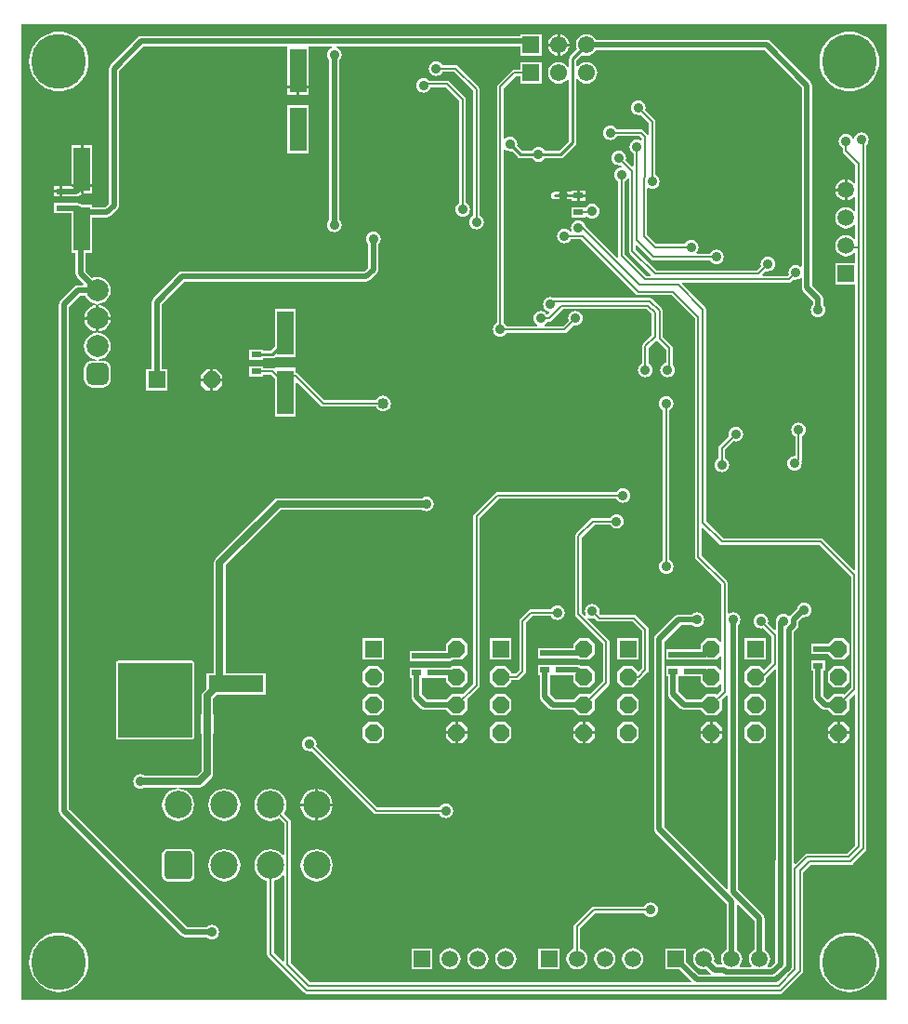
<source format=gbl>
%FSAX24Y24*%
%MOIN*%
G70*
G01*
G75*
G04 Layer_Physical_Order=2*
G04 Layer_Color=16711680*
%ADD10R,0.0350X0.0200*%
%ADD11R,0.0200X0.0350*%
%ADD12R,0.0300X0.0550*%
%ADD13R,0.0550X0.0300*%
%ADD14R,0.0600X0.0600*%
%ADD15R,0.0600X0.0600*%
%ADD16R,0.1000X0.0600*%
%ADD17R,0.0240X0.0760*%
%ADD18R,0.1181X0.0787*%
%ADD19O,0.0500X0.0984*%
%ADD20O,0.0118X0.0689*%
%ADD21O,0.0689X0.0118*%
%ADD22R,0.0650X0.0400*%
%ADD23C,0.0600*%
G04:AMPARAMS|DCode=24|XSize=59.1mil|YSize=118.1mil|CornerRadius=5.9mil|HoleSize=0mil|Usage=FLASHONLY|Rotation=180.000|XOffset=0mil|YOffset=0mil|HoleType=Round|Shape=RoundedRectangle|*
%AMROUNDEDRECTD24*
21,1,0.0591,0.1063,0,0,180.0*
21,1,0.0472,0.1181,0,0,180.0*
1,1,0.0118,-0.0236,0.0532*
1,1,0.0118,0.0236,0.0532*
1,1,0.0118,0.0236,-0.0532*
1,1,0.0118,-0.0236,-0.0532*
%
%ADD24ROUNDEDRECTD24*%
G04:AMPARAMS|DCode=25|XSize=100mil|YSize=50mil|CornerRadius=5mil|HoleSize=0mil|Usage=FLASHONLY|Rotation=180.000|XOffset=0mil|YOffset=0mil|HoleType=Round|Shape=RoundedRectangle|*
%AMROUNDEDRECTD25*
21,1,0.1000,0.0400,0,0,180.0*
21,1,0.0900,0.0500,0,0,180.0*
1,1,0.0100,-0.0450,0.0200*
1,1,0.0100,0.0450,0.0200*
1,1,0.0100,0.0450,-0.0200*
1,1,0.0100,-0.0450,-0.0200*
%
%ADD25ROUNDEDRECTD25*%
%ADD26R,0.2008X0.2000*%
%ADD27R,0.0315X0.0984*%
G04:AMPARAMS|DCode=28|XSize=275.6mil|YSize=137.8mil|CornerRadius=13.8mil|HoleSize=0mil|Usage=FLASHONLY|Rotation=180.000|XOffset=0mil|YOffset=0mil|HoleType=Round|Shape=RoundedRectangle|*
%AMROUNDEDRECTD28*
21,1,0.2756,0.1102,0,0,180.0*
21,1,0.2480,0.1378,0,0,180.0*
1,1,0.0276,-0.1240,0.0551*
1,1,0.0276,0.1240,0.0551*
1,1,0.0276,0.1240,-0.0551*
1,1,0.0276,-0.1240,-0.0551*
%
%ADD28ROUNDEDRECTD28*%
%ADD29R,0.0850X0.0421*%
G04:AMPARAMS|DCode=30|XSize=417.3mil|YSize=236.2mil|CornerRadius=23.6mil|HoleSize=0mil|Usage=FLASHONLY|Rotation=90.000|XOffset=0mil|YOffset=0mil|HoleType=Round|Shape=RoundedRectangle|*
%AMROUNDEDRECTD30*
21,1,0.4173,0.1890,0,0,90.0*
21,1,0.3701,0.2362,0,0,90.0*
1,1,0.0472,0.0945,0.1850*
1,1,0.0472,0.0945,-0.1850*
1,1,0.0472,-0.0945,-0.1850*
1,1,0.0472,-0.0945,0.1850*
%
%ADD30ROUNDEDRECTD30*%
%ADD31C,0.0100*%
%ADD32C,0.0200*%
%ADD33C,0.0080*%
%ADD34C,0.0250*%
%ADD35R,0.2350X0.4000*%
%ADD36R,0.5200X0.0300*%
%ADD37R,0.2200X0.3700*%
%ADD38R,0.3100X0.0700*%
%ADD39C,0.0591*%
%ADD40R,0.0591X0.0591*%
%ADD41P,0.0649X8X112.5*%
%ADD42R,0.0591X0.0591*%
%ADD43P,0.0649X8X22.5*%
%ADD44R,0.0591X0.1575*%
%ADD45C,0.0787*%
G04:AMPARAMS|DCode=46|XSize=78.7mil|YSize=78.7mil|CornerRadius=19.7mil|HoleSize=0mil|Usage=FLASHONLY|Rotation=0.000|XOffset=0mil|YOffset=0mil|HoleType=Round|Shape=RoundedRectangle|*
%AMROUNDEDRECTD46*
21,1,0.0787,0.0394,0,0,0.0*
21,1,0.0394,0.0787,0,0,0.0*
1,1,0.0394,0.0197,-0.0197*
1,1,0.0394,-0.0197,-0.0197*
1,1,0.0394,-0.0197,0.0197*
1,1,0.0394,0.0197,0.0197*
%
%ADD46ROUNDEDRECTD46*%
%ADD47C,0.1969*%
%ADD48R,0.0610X0.0610*%
%ADD49C,0.0610*%
%ADD50R,0.1969X0.0591*%
%ADD51C,0.0984*%
G04:AMPARAMS|DCode=52|XSize=98.4mil|YSize=98.4mil|CornerRadius=9.8mil|HoleSize=0mil|Usage=FLASHONLY|Rotation=90.000|XOffset=0mil|YOffset=0mil|HoleType=Round|Shape=RoundedRectangle|*
%AMROUNDEDRECTD52*
21,1,0.0984,0.0787,0,0,90.0*
21,1,0.0787,0.0984,0,0,90.0*
1,1,0.0197,0.0394,0.0394*
1,1,0.0197,0.0394,-0.0394*
1,1,0.0197,-0.0394,-0.0394*
1,1,0.0197,-0.0394,0.0394*
%
%ADD52ROUNDEDRECTD52*%
%ADD53C,0.0360*%
%ADD54C,0.0400*%
%ADD55R,0.2650X0.2650*%
G36*
X112162Y062445D02*
X081135D01*
Y097409D01*
X112162D01*
Y062445D01*
D02*
G37*
%LPC*%
G36*
X096692Y072391D02*
X096552D01*
X096362Y072201D01*
Y072061D01*
X096692D01*
Y072391D01*
D02*
G37*
G36*
X087250Y074592D02*
X084600D01*
X084569Y074586D01*
X084542Y074568D01*
X084525Y074542D01*
X084518Y074511D01*
Y071861D01*
X084525Y071829D01*
X084542Y071803D01*
X084569Y071785D01*
X084600Y071779D01*
X087250D01*
X087281Y071785D01*
X087308Y071803D01*
X087325Y071829D01*
X087332Y071861D01*
Y074511D01*
X087325Y074542D01*
X087308Y074568D01*
X087281Y074586D01*
X087250Y074592D01*
D02*
G37*
G36*
X096932Y072391D02*
X096792D01*
Y072061D01*
X097122D01*
Y072201D01*
X096932Y072391D01*
D02*
G37*
G36*
X101499D02*
X101359D01*
Y072061D01*
X101689D01*
Y072201D01*
X101499Y072391D01*
D02*
G37*
G36*
X101259D02*
X101119D01*
X100929Y072201D01*
Y072061D01*
X101259D01*
Y072391D01*
D02*
G37*
G36*
X106255Y071961D02*
X105925D01*
Y071631D01*
X106065D01*
X106255Y071821D01*
Y071961D01*
D02*
G37*
G36*
X101259D02*
X100929D01*
Y071821D01*
X101119Y071631D01*
X101259D01*
Y071961D01*
D02*
G37*
G36*
X098507Y072391D02*
X098127D01*
X097937Y072201D01*
Y071821D01*
X098127Y071631D01*
X098507D01*
X098697Y071821D01*
Y072201D01*
X098507Y072391D01*
D02*
G37*
G36*
X101689Y071961D02*
X101359D01*
Y071631D01*
X101499D01*
X101689Y071821D01*
Y071961D01*
D02*
G37*
G36*
X105825D02*
X105495D01*
Y071821D01*
X105685Y071631D01*
X105825D01*
Y071961D01*
D02*
G37*
G36*
X103073Y072391D02*
X102693D01*
X102503Y072201D01*
Y071821D01*
X102693Y071631D01*
X103073D01*
X103263Y071821D01*
Y072201D01*
X103073Y072391D01*
D02*
G37*
G36*
X094130Y075391D02*
X093370D01*
Y074631D01*
X094130D01*
Y075391D01*
D02*
G37*
G36*
X096932D02*
X096552D01*
X096362Y075201D01*
Y074944D01*
X095300D01*
X095282Y074941D01*
X095045D01*
Y074581D01*
X095282D01*
X095300Y074577D01*
X096492D01*
X096551Y074589D01*
X096562Y074591D01*
X096622Y074631D01*
X096932D01*
X097122Y074821D01*
Y075201D01*
X096932Y075391D01*
D02*
G37*
G36*
X098697D02*
X097937D01*
Y074631D01*
X098697D01*
Y075391D01*
D02*
G37*
G36*
X103263D02*
X102503D01*
Y074631D01*
X103263D01*
Y075391D01*
D02*
G37*
G36*
X101499D02*
X101119D01*
X100929Y075201D01*
Y075044D01*
X099900D01*
X099882Y075041D01*
X099645D01*
Y074681D01*
X099882D01*
X099900Y074677D01*
X101072D01*
X101119Y074631D01*
X101499D01*
X101689Y074821D01*
Y075201D01*
X101499Y075391D01*
D02*
G37*
G36*
X093940Y074391D02*
X093560D01*
X093370Y074201D01*
Y073821D01*
X093560Y073631D01*
X093940D01*
X094130Y073821D01*
Y074201D01*
X093940Y074391D01*
D02*
G37*
G36*
X106065Y072391D02*
X105925D01*
Y072061D01*
X106255D01*
Y072201D01*
X106065Y072391D01*
D02*
G37*
G36*
X105825D02*
X105685D01*
X105495Y072201D01*
Y072061D01*
X105825D01*
Y072391D01*
D02*
G37*
G36*
X093940Y073391D02*
X093560D01*
X093370Y073201D01*
Y072821D01*
X093560Y072631D01*
X093940D01*
X094130Y072821D01*
Y073201D01*
X093940Y073391D01*
D02*
G37*
G36*
X103073D02*
X102693D01*
X102503Y073201D01*
Y072821D01*
X102693Y072631D01*
X103073D01*
X103263Y072821D01*
Y073201D01*
X103073Y073391D01*
D02*
G37*
G36*
X098507D02*
X098127D01*
X097937Y073201D01*
Y072821D01*
X098127Y072631D01*
X098507D01*
X098697Y072821D01*
Y073201D01*
X098507Y073391D01*
D02*
G37*
G36*
X095875Y064286D02*
X095125D01*
Y063535D01*
X095875D01*
Y064286D01*
D02*
G37*
G36*
X103050Y064289D02*
X102952Y064276D01*
X102861Y064239D01*
X102782Y064178D01*
X102722Y064100D01*
X102684Y064009D01*
X102671Y063911D01*
X102684Y063813D01*
X102722Y063721D01*
X102782Y063643D01*
X102861Y063583D01*
X102952Y063545D01*
X103050Y063532D01*
X103148Y063545D01*
X103239Y063583D01*
X103318Y063643D01*
X103378Y063721D01*
X103416Y063813D01*
X103429Y063911D01*
X103416Y064009D01*
X103378Y064100D01*
X103318Y064178D01*
X103239Y064239D01*
X103148Y064276D01*
X103050Y064289D01*
D02*
G37*
G36*
X100425Y064286D02*
X099675D01*
Y063535D01*
X100425D01*
Y064286D01*
D02*
G37*
G36*
X088404Y067838D02*
X088254Y067818D01*
X088115Y067760D01*
X087996Y067669D01*
X087904Y067549D01*
X087846Y067410D01*
X087826Y067261D01*
X087846Y067111D01*
X087904Y066972D01*
X087996Y066853D01*
X088115Y066761D01*
X088254Y066703D01*
X088404Y066684D01*
X088553Y066703D01*
X088692Y066761D01*
X088812Y066853D01*
X088903Y066972D01*
X088961Y067111D01*
X088981Y067261D01*
X088961Y067410D01*
X088903Y067549D01*
X088812Y067669D01*
X088692Y067760D01*
X088553Y067818D01*
X088404Y067838D01*
D02*
G37*
G36*
X103700Y065923D02*
X103632Y065914D01*
X103569Y065888D01*
X103515Y065846D01*
X103473Y065792D01*
X103469Y065783D01*
X101650D01*
X101603Y065774D01*
X101563Y065747D01*
X100963Y065147D01*
X100937Y065108D01*
X100928Y065061D01*
Y064266D01*
X100861Y064239D01*
X100782Y064178D01*
X100722Y064100D01*
X100684Y064009D01*
X100671Y063911D01*
X100684Y063813D01*
X100722Y063721D01*
X100782Y063643D01*
X100861Y063583D01*
X100952Y063545D01*
X101050Y063532D01*
X101148Y063545D01*
X101239Y063583D01*
X101318Y063643D01*
X101378Y063721D01*
X101416Y063813D01*
X101429Y063911D01*
X101416Y064009D01*
X101378Y064100D01*
X101318Y064178D01*
X101239Y064239D01*
X101172Y064266D01*
Y065010D01*
X101701Y065538D01*
X103469D01*
X103473Y065530D01*
X103515Y065475D01*
X103569Y065434D01*
X103632Y065407D01*
X103700Y065398D01*
X103768Y065407D01*
X103831Y065434D01*
X103885Y065475D01*
X103927Y065530D01*
X103953Y065593D01*
X103962Y065661D01*
X103953Y065729D01*
X103927Y065792D01*
X103885Y065846D01*
X103831Y065888D01*
X103768Y065914D01*
X103700Y065923D01*
D02*
G37*
G36*
X102050Y064289D02*
X101952Y064276D01*
X101861Y064239D01*
X101782Y064178D01*
X101722Y064100D01*
X101684Y064009D01*
X101671Y063911D01*
X101684Y063813D01*
X101722Y063721D01*
X101782Y063643D01*
X101861Y063583D01*
X101952Y063545D01*
X102050Y063532D01*
X102148Y063545D01*
X102239Y063583D01*
X102318Y063643D01*
X102378Y063721D01*
X102416Y063813D01*
X102429Y063911D01*
X102416Y064009D01*
X102378Y064100D01*
X102318Y064178D01*
X102239Y064239D01*
X102148Y064276D01*
X102050Y064289D01*
D02*
G37*
G36*
X110821Y064853D02*
X110654Y064840D01*
X110491Y064801D01*
X110337Y064737D01*
X110194Y064649D01*
X110066Y064540D01*
X109958Y064413D01*
X109870Y064270D01*
X109806Y064115D01*
X109767Y063953D01*
X109754Y063786D01*
X109767Y063619D01*
X109806Y063456D01*
X109870Y063301D01*
X109958Y063158D01*
X110066Y063031D01*
X110194Y062922D01*
X110337Y062834D01*
X110491Y062770D01*
X110654Y062731D01*
X110821Y062718D01*
X110988Y062731D01*
X111151Y062770D01*
X111306Y062834D01*
X111449Y062922D01*
X111576Y063031D01*
X111685Y063158D01*
X111772Y063301D01*
X111837Y063456D01*
X111876Y063619D01*
X111889Y063786D01*
X111876Y063953D01*
X111837Y064115D01*
X111772Y064270D01*
X111685Y064413D01*
X111576Y064540D01*
X111449Y064649D01*
X111306Y064737D01*
X111151Y064801D01*
X110988Y064840D01*
X110821Y064853D01*
D02*
G37*
G36*
X082475D02*
X082308Y064840D01*
X082145Y064801D01*
X081990Y064737D01*
X081847Y064649D01*
X081720Y064540D01*
X081611Y064413D01*
X081524Y064270D01*
X081460Y064115D01*
X081420Y063953D01*
X081407Y063786D01*
X081420Y063619D01*
X081460Y063456D01*
X081524Y063301D01*
X081611Y063158D01*
X081720Y063031D01*
X081847Y062922D01*
X081990Y062834D01*
X082145Y062770D01*
X082308Y062731D01*
X082475Y062718D01*
X082642Y062731D01*
X082805Y062770D01*
X082959Y062834D01*
X083102Y062922D01*
X083230Y063031D01*
X083338Y063158D01*
X083426Y063301D01*
X083490Y063456D01*
X083529Y063619D01*
X083542Y063786D01*
X083529Y063953D01*
X083490Y064115D01*
X083426Y064270D01*
X083338Y064413D01*
X083230Y064540D01*
X083102Y064649D01*
X082959Y064737D01*
X082805Y064801D01*
X082642Y064840D01*
X082475Y064853D01*
D02*
G37*
G36*
X096500Y064289D02*
X096402Y064276D01*
X096311Y064239D01*
X096232Y064178D01*
X096172Y064100D01*
X096134Y064009D01*
X096121Y063911D01*
X096134Y063813D01*
X096172Y063721D01*
X096232Y063643D01*
X096311Y063583D01*
X096402Y063545D01*
X096500Y063532D01*
X096598Y063545D01*
X096689Y063583D01*
X096768Y063643D01*
X096828Y063721D01*
X096866Y063813D01*
X096879Y063911D01*
X096866Y064009D01*
X096828Y064100D01*
X096768Y064178D01*
X096689Y064239D01*
X096598Y064276D01*
X096500Y064289D01*
D02*
G37*
G36*
X098500D02*
X098402Y064276D01*
X098311Y064239D01*
X098232Y064178D01*
X098172Y064100D01*
X098134Y064009D01*
X098121Y063911D01*
X098134Y063813D01*
X098172Y063721D01*
X098232Y063643D01*
X098311Y063583D01*
X098402Y063545D01*
X098500Y063532D01*
X098598Y063545D01*
X098689Y063583D01*
X098768Y063643D01*
X098828Y063721D01*
X098866Y063813D01*
X098879Y063911D01*
X098866Y064009D01*
X098828Y064100D01*
X098768Y064178D01*
X098689Y064239D01*
X098598Y064276D01*
X098500Y064289D01*
D02*
G37*
G36*
X097500D02*
X097402Y064276D01*
X097311Y064239D01*
X097232Y064178D01*
X097172Y064100D01*
X097134Y064009D01*
X097121Y063911D01*
X097134Y063813D01*
X097172Y063721D01*
X097232Y063643D01*
X097311Y063583D01*
X097402Y063545D01*
X097500Y063532D01*
X097598Y063545D01*
X097689Y063583D01*
X097768Y063643D01*
X097828Y063721D01*
X097866Y063813D01*
X097879Y063911D01*
X097866Y064009D01*
X097828Y064100D01*
X097768Y064178D01*
X097689Y064239D01*
X097598Y064276D01*
X097500Y064289D01*
D02*
G37*
G36*
X091761Y069997D02*
Y069476D01*
X092281D01*
X092268Y069575D01*
X092210Y069715D01*
X092119Y069834D01*
X091999Y069926D01*
X091860Y069983D01*
X091761Y069997D01*
D02*
G37*
G36*
X091661D02*
X091561Y069983D01*
X091422Y069926D01*
X091303Y069834D01*
X091211Y069715D01*
X091153Y069575D01*
X091140Y069476D01*
X091661D01*
Y069997D01*
D02*
G37*
G36*
X093940Y072391D02*
X093560D01*
X093370Y072201D01*
Y071821D01*
X093560Y071631D01*
X093940D01*
X094130Y071821D01*
Y072201D01*
X093940Y072391D01*
D02*
G37*
G36*
X097122Y071961D02*
X096792D01*
Y071631D01*
X096932D01*
X097122Y071821D01*
Y071961D01*
D02*
G37*
G36*
X096692D02*
X096362D01*
Y071821D01*
X096552Y071631D01*
X096692D01*
Y071961D01*
D02*
G37*
G36*
X091450Y071873D02*
X091382Y071864D01*
X091319Y071838D01*
X091265Y071796D01*
X091223Y071742D01*
X091197Y071679D01*
X091188Y071611D01*
X091197Y071543D01*
X091223Y071480D01*
X091265Y071425D01*
X091319Y071384D01*
X091382Y071357D01*
X091450Y071348D01*
X091518Y071357D01*
X091527Y071361D01*
X093763Y069124D01*
X093787Y069108D01*
X093803Y069098D01*
X093850Y069088D01*
X096119D01*
X096123Y069080D01*
X096165Y069025D01*
X096219Y068984D01*
X096282Y068957D01*
X096350Y068948D01*
X096418Y068957D01*
X096481Y068984D01*
X096535Y069025D01*
X096577Y069080D01*
X096603Y069143D01*
X096612Y069211D01*
X096603Y069279D01*
X096577Y069342D01*
X096535Y069396D01*
X096481Y069438D01*
X096418Y069464D01*
X096350Y069473D01*
X096282Y069464D01*
X096219Y069438D01*
X096165Y069396D01*
X096123Y069342D01*
X096119Y069333D01*
X093901D01*
X091700Y071534D01*
X091703Y071543D01*
X091712Y071611D01*
X091703Y071679D01*
X091677Y071742D01*
X091635Y071796D01*
X091581Y071838D01*
X091518Y071864D01*
X091450Y071873D01*
D02*
G37*
G36*
X087144Y067836D02*
X086356D01*
X086287Y067822D01*
X086228Y067783D01*
X086188Y067724D01*
X086174Y067654D01*
Y066867D01*
X086188Y066797D01*
X086228Y066738D01*
X086287Y066699D01*
X086356Y066685D01*
X087144D01*
X087213Y066699D01*
X087272Y066738D01*
X087312Y066797D01*
X087326Y066867D01*
Y067654D01*
X087312Y067724D01*
X087272Y067783D01*
X087213Y067822D01*
X087144Y067836D01*
D02*
G37*
G36*
X091711Y067838D02*
X091561Y067818D01*
X091422Y067760D01*
X091303Y067669D01*
X091211Y067549D01*
X091153Y067410D01*
X091134Y067261D01*
X091153Y067111D01*
X091211Y066972D01*
X091303Y066853D01*
X091422Y066761D01*
X091561Y066703D01*
X091711Y066684D01*
X091860Y066703D01*
X091999Y066761D01*
X092119Y066853D01*
X092210Y066972D01*
X092268Y067111D01*
X092288Y067261D01*
X092268Y067410D01*
X092210Y067549D01*
X092119Y067669D01*
X091999Y067760D01*
X091860Y067818D01*
X091711Y067838D01*
D02*
G37*
G36*
X088404Y070003D02*
X088254Y069983D01*
X088115Y069926D01*
X087996Y069834D01*
X087904Y069715D01*
X087846Y069575D01*
X087826Y069426D01*
X087846Y069277D01*
X087904Y069138D01*
X087996Y069018D01*
X088115Y068926D01*
X088254Y068869D01*
X088404Y068849D01*
X088553Y068869D01*
X088692Y068926D01*
X088812Y069018D01*
X088903Y069138D01*
X088961Y069277D01*
X088981Y069426D01*
X088961Y069575D01*
X088903Y069715D01*
X088812Y069834D01*
X088692Y069926D01*
X088553Y069983D01*
X088404Y070003D01*
D02*
G37*
G36*
X092281Y069376D02*
X091761D01*
Y068856D01*
X091860Y068869D01*
X091999Y068926D01*
X092119Y069018D01*
X092210Y069138D01*
X092268Y069277D01*
X092281Y069376D01*
D02*
G37*
G36*
X091661D02*
X091140D01*
X091153Y069277D01*
X091211Y069138D01*
X091303Y069018D01*
X091422Y068926D01*
X091561Y068869D01*
X091661Y068856D01*
Y069376D01*
D02*
G37*
G36*
X100350Y076573D02*
X100282Y076564D01*
X100219Y076538D01*
X100165Y076496D01*
X100123Y076442D01*
X100119Y076433D01*
X099400D01*
X099353Y076424D01*
X099313Y076397D01*
X099013Y076097D01*
X098987Y076058D01*
X098978Y076011D01*
Y074261D01*
X098849Y074133D01*
X098697D01*
Y074201D01*
X098507Y074391D01*
X098127D01*
X097937Y074201D01*
Y073821D01*
X098127Y073631D01*
X098507D01*
X098697Y073821D01*
Y073888D01*
X098900D01*
X098947Y073898D01*
X098987Y073924D01*
X099187Y074124D01*
X099213Y074164D01*
X099222Y074211D01*
Y075960D01*
X099451Y076188D01*
X100119D01*
X100123Y076180D01*
X100165Y076125D01*
X100219Y076084D01*
X100282Y076057D01*
X100350Y076048D01*
X100418Y076057D01*
X100481Y076084D01*
X100535Y076125D01*
X100577Y076180D01*
X100603Y076243D01*
X100612Y076311D01*
X100603Y076379D01*
X100577Y076442D01*
X100535Y076496D01*
X100481Y076538D01*
X100418Y076564D01*
X100350Y076573D01*
D02*
G37*
G36*
X082500Y091361D02*
X082295D01*
Y091231D01*
X082500D01*
Y091361D01*
D02*
G37*
G36*
X082925Y091594D02*
X082550D01*
X082532Y091591D01*
X082600D01*
Y091411D01*
Y091231D01*
X082532D01*
X082550Y091227D01*
X083105D01*
X083164Y091239D01*
X083175Y091241D01*
X083235Y091281D01*
X083283Y091329D01*
X083282Y091329D01*
X083250D01*
Y091556D01*
X082925D01*
Y091594D01*
D02*
G37*
G36*
X110650Y091411D02*
X110328D01*
X110334Y091363D01*
X110372Y091271D01*
X110432Y091193D01*
X110511Y091133D01*
X110602Y091095D01*
X110650Y091089D01*
Y091411D01*
D02*
G37*
G36*
X082500Y091591D02*
X082295D01*
Y091461D01*
X082500D01*
Y091591D01*
D02*
G37*
G36*
X083675Y091556D02*
X083350D01*
Y091329D01*
X083675D01*
Y091556D01*
D02*
G37*
G36*
X101355Y091441D02*
X101150D01*
Y091311D01*
X101355D01*
Y091441D01*
D02*
G37*
G36*
Y091211D02*
X101150D01*
Y091081D01*
X101355D01*
Y091211D01*
D02*
G37*
G36*
X096000Y096073D02*
X095932Y096064D01*
X095869Y096038D01*
X095815Y095996D01*
X095773Y095942D01*
X095747Y095879D01*
X095738Y095811D01*
X095747Y095743D01*
X095773Y095680D01*
X095815Y095625D01*
X095869Y095584D01*
X095932Y095557D01*
X096000Y095548D01*
X096068Y095557D01*
X096131Y095584D01*
X096185Y095625D01*
X096227Y095680D01*
X096231Y095688D01*
X096649D01*
X097328Y095010D01*
Y090541D01*
X097319Y090538D01*
X097265Y090496D01*
X097223Y090442D01*
X097197Y090379D01*
X097188Y090311D01*
X097197Y090243D01*
X097223Y090180D01*
X097265Y090125D01*
X097319Y090084D01*
X097382Y090057D01*
X097450Y090048D01*
X097518Y090057D01*
X097581Y090084D01*
X097635Y090125D01*
X097677Y090180D01*
X097703Y090243D01*
X097712Y090311D01*
X097703Y090379D01*
X097677Y090442D01*
X097635Y090496D01*
X097581Y090538D01*
X097572Y090541D01*
Y095061D01*
X097563Y095108D01*
X097537Y095147D01*
X096787Y095897D01*
X096747Y095924D01*
X096700Y095933D01*
X096231D01*
X096227Y095942D01*
X096185Y095996D01*
X096131Y096038D01*
X096068Y096064D01*
X096000Y096073D01*
D02*
G37*
G36*
X083900Y087332D02*
Y086911D01*
X084321D01*
X084312Y086984D01*
X084264Y087100D01*
X084188Y087199D01*
X084089Y087274D01*
X083974Y087322D01*
X083900Y087332D01*
D02*
G37*
G36*
X083800D02*
X083726Y087322D01*
X083611Y087274D01*
X083512Y087199D01*
X083436Y087100D01*
X083388Y086984D01*
X083379Y086911D01*
X083800D01*
Y087332D01*
D02*
G37*
G36*
X101050Y091441D02*
X100845D01*
Y091393D01*
X100250D01*
X100199Y091383D01*
X100156Y091354D01*
X100128Y091311D01*
X100117Y091261D01*
X100128Y091210D01*
X100156Y091167D01*
X100199Y091138D01*
X100250Y091128D01*
X100845D01*
Y091081D01*
X101050D01*
Y091261D01*
Y091441D01*
D02*
G37*
G36*
X101591Y090964D02*
X101523Y090955D01*
X101460Y090929D01*
X101406Y090887D01*
X101370Y090841D01*
X101355Y090841D01*
Y090841D01*
X100845D01*
Y090481D01*
X101355D01*
Y090504D01*
X101402Y090520D01*
X101406Y090516D01*
X101460Y090475D01*
X101523Y090448D01*
X101591Y090439D01*
X101659Y090448D01*
X101722Y090475D01*
X101776Y090516D01*
X101818Y090571D01*
X101844Y090634D01*
X101853Y090702D01*
X101844Y090770D01*
X101818Y090833D01*
X101776Y090887D01*
X101722Y090929D01*
X101659Y090955D01*
X101591Y090964D01*
D02*
G37*
G36*
X095550Y095473D02*
X095482Y095464D01*
X095419Y095438D01*
X095365Y095396D01*
X095323Y095342D01*
X095297Y095279D01*
X095288Y095211D01*
X095297Y095143D01*
X095323Y095080D01*
X095365Y095025D01*
X095419Y094984D01*
X095482Y094957D01*
X095550Y094948D01*
X095618Y094957D01*
X095681Y094984D01*
X095735Y095025D01*
X095777Y095080D01*
X095801Y095138D01*
X096349D01*
X096828Y094660D01*
Y090991D01*
X096819Y090988D01*
X096765Y090946D01*
X096723Y090892D01*
X096697Y090829D01*
X096688Y090761D01*
X096697Y090693D01*
X096723Y090630D01*
X096765Y090575D01*
X096819Y090534D01*
X096882Y090507D01*
X096950Y090498D01*
X097018Y090507D01*
X097081Y090534D01*
X097135Y090575D01*
X097177Y090630D01*
X097203Y090693D01*
X097212Y090761D01*
X097203Y090829D01*
X097177Y090892D01*
X097135Y090946D01*
X097081Y090988D01*
X097072Y090991D01*
Y094711D01*
X097063Y094758D01*
X097037Y094797D01*
X096487Y095347D01*
X096447Y095374D01*
X096400Y095383D01*
X095745D01*
X095735Y095396D01*
X095681Y095438D01*
X095618Y095464D01*
X095550Y095473D01*
D02*
G37*
G36*
X101400Y097049D02*
X101299Y097036D01*
X101206Y096997D01*
X101125Y096935D01*
X101064Y096855D01*
X101025Y096761D01*
X101012Y096661D01*
X101025Y096560D01*
X101050Y096498D01*
X100806Y096254D01*
X100778Y096211D01*
X100767Y096161D01*
Y095892D01*
X100720Y095876D01*
X100675Y095935D01*
X100594Y095997D01*
X100501Y096036D01*
X100400Y096049D01*
X100299Y096036D01*
X100206Y095997D01*
X100125Y095935D01*
X100064Y095855D01*
X100025Y095761D01*
X100012Y095661D01*
X100025Y095560D01*
X100064Y095466D01*
X100125Y095386D01*
X100206Y095324D01*
X100299Y095286D01*
X100400Y095272D01*
X100501Y095286D01*
X100594Y095324D01*
X100675Y095386D01*
X100720Y095445D01*
X100767Y095429D01*
Y093216D01*
X100420Y092868D01*
X099901D01*
X099861Y092921D01*
X099806Y092963D01*
X099743Y092989D01*
X099675Y092998D01*
X099607Y092989D01*
X099544Y092963D01*
X099490Y092921D01*
X099449Y092868D01*
X099080D01*
X098904Y093045D01*
X098912Y093111D01*
X098903Y093179D01*
X098877Y093242D01*
X098835Y093296D01*
X098781Y093338D01*
X098718Y093364D01*
X098650Y093373D01*
X098582Y093364D01*
X098519Y093338D01*
X098467Y093298D01*
X098452Y093305D01*
X098422Y093329D01*
Y095110D01*
X098851Y095538D01*
X099015D01*
Y095276D01*
X099785D01*
Y096046D01*
X099015D01*
Y095783D01*
X098800D01*
X098753Y095774D01*
X098713Y095747D01*
X098213Y095247D01*
X098187Y095208D01*
X098178Y095161D01*
Y086691D01*
X098169Y086688D01*
X098115Y086646D01*
X098073Y086592D01*
X098047Y086529D01*
X098038Y086461D01*
X098047Y086393D01*
X098073Y086330D01*
X098115Y086275D01*
X098169Y086234D01*
X098232Y086207D01*
X098300Y086198D01*
X098368Y086207D01*
X098431Y086234D01*
X098485Y086275D01*
X098527Y086330D01*
X098531Y086338D01*
X100600D01*
X100647Y086348D01*
X100687Y086374D01*
X100687Y086374D01*
X100687Y086374D01*
X100923Y086611D01*
X100932Y086607D01*
X101000Y086598D01*
X101068Y086607D01*
X101131Y086634D01*
X101185Y086675D01*
X101227Y086730D01*
X101253Y086793D01*
X101262Y086861D01*
X101253Y086929D01*
X101227Y086992D01*
X101185Y087046D01*
X101131Y087088D01*
X101068Y087114D01*
X101000Y087123D01*
X100932Y087114D01*
X100869Y087088D01*
X100815Y087046D01*
X100773Y086992D01*
X100747Y086929D01*
X100738Y086861D01*
X100747Y086793D01*
X100750Y086784D01*
X100549Y086583D01*
X099887D01*
X099878Y086632D01*
X099881Y086634D01*
X099935Y086675D01*
X099977Y086730D01*
X099981Y086738D01*
X100050D01*
X100097Y086748D01*
X100137Y086774D01*
X100551Y087188D01*
X103549D01*
X103728Y087010D01*
Y086261D01*
X103413Y085947D01*
X103387Y085908D01*
X103378Y085861D01*
Y085241D01*
X103369Y085238D01*
X103315Y085196D01*
X103273Y085142D01*
X103247Y085079D01*
X103238Y085011D01*
X103247Y084943D01*
X103273Y084880D01*
X103315Y084825D01*
X103369Y084784D01*
X103432Y084757D01*
X103500Y084748D01*
X103568Y084757D01*
X103631Y084784D01*
X103685Y084825D01*
X103727Y084880D01*
X103753Y084943D01*
X103762Y085011D01*
X103753Y085079D01*
X103727Y085142D01*
X103685Y085196D01*
X103631Y085238D01*
X103622Y085241D01*
Y085810D01*
X103881Y086068D01*
X103923Y086064D01*
X104245Y085743D01*
Y085266D01*
X104232Y085264D01*
X104169Y085238D01*
X104115Y085196D01*
X104073Y085142D01*
X104047Y085079D01*
X104038Y085011D01*
X104047Y084943D01*
X104073Y084880D01*
X104115Y084825D01*
X104169Y084784D01*
X104232Y084757D01*
X104300Y084748D01*
X104368Y084757D01*
X104431Y084784D01*
X104485Y084825D01*
X104527Y084880D01*
X104553Y084943D01*
X104562Y085011D01*
X104553Y085079D01*
X104527Y085142D01*
X104490Y085190D01*
Y085793D01*
X104481Y085840D01*
X104454Y085880D01*
X104132Y086201D01*
Y087127D01*
X104123Y087174D01*
X104097Y087213D01*
X103753Y087557D01*
X103713Y087584D01*
X103666Y087593D01*
X100218D01*
X100168Y087614D01*
X100100Y087623D01*
X100032Y087614D01*
X099969Y087588D01*
X099915Y087546D01*
X099873Y087492D01*
X099847Y087429D01*
X099838Y087361D01*
X099847Y087293D01*
X099873Y087230D01*
X099915Y087175D01*
X099969Y087134D01*
X100032Y087107D01*
X100057Y087104D01*
X100073Y087057D01*
X100030Y087014D01*
X100002Y087002D01*
X099967Y087004D01*
X099935Y087046D01*
X099881Y087088D01*
X099818Y087114D01*
X099750Y087123D01*
X099682Y087114D01*
X099619Y087088D01*
X099565Y087046D01*
X099523Y086992D01*
X099497Y086929D01*
X099488Y086861D01*
X099497Y086793D01*
X099523Y086730D01*
X099565Y086675D01*
X099619Y086634D01*
X099622Y086632D01*
X099613Y086583D01*
X098531D01*
X098527Y086592D01*
X098485Y086646D01*
X098431Y086688D01*
X098422Y086691D01*
Y092893D01*
X098452Y092916D01*
X098467Y092923D01*
X098519Y092884D01*
X098582Y092857D01*
X098650Y092848D01*
X098716Y092857D01*
X098931Y092642D01*
X098931Y092642D01*
X098931D01*
X098931Y092642D01*
X098931D01*
X098931Y092642D01*
Y092642D01*
Y092642D01*
D01*
D01*
X098931D01*
Y092642D01*
X098974Y092613D01*
X099025Y092603D01*
X099449D01*
X099490Y092550D01*
X099544Y092509D01*
X099607Y092483D01*
X099675Y092474D01*
X099743Y092483D01*
X099806Y092509D01*
X099861Y092550D01*
X099901Y092603D01*
X100475D01*
X100526Y092613D01*
X100569Y092642D01*
X100569Y092642D01*
X100569Y092642D01*
X100994Y093067D01*
X101022Y093110D01*
X101033Y093161D01*
X101033Y093161D01*
X101033Y093161D01*
Y093161D01*
Y095429D01*
X101080Y095445D01*
X101125Y095386D01*
X101206Y095324D01*
X101299Y095286D01*
X101400Y095272D01*
X101501Y095286D01*
X101594Y095324D01*
X101675Y095386D01*
X101736Y095466D01*
X101775Y095560D01*
X101788Y095661D01*
X101775Y095761D01*
X101736Y095855D01*
X101675Y095935D01*
X101594Y095997D01*
X101501Y096036D01*
X101400Y096049D01*
X101299Y096036D01*
X101206Y095997D01*
X101125Y095935D01*
X101080Y095876D01*
X101033Y095892D01*
Y096106D01*
X101238Y096311D01*
X101299Y096285D01*
X101400Y096272D01*
X101501Y096285D01*
X101594Y096324D01*
X101675Y096386D01*
X101736Y096466D01*
X101741Y096477D01*
X107774D01*
X109116Y095135D01*
Y088729D01*
X109072Y088707D01*
X109031Y088738D01*
X108968Y088764D01*
X108900Y088773D01*
X108832Y088764D01*
X108769Y088738D01*
X108715Y088696D01*
X108673Y088642D01*
X108647Y088579D01*
X108638Y088511D01*
X108647Y088443D01*
X108650Y088434D01*
X108599Y088383D01*
X107711D01*
X107692Y088429D01*
X107823Y088561D01*
X107832Y088557D01*
X107900Y088548D01*
X107968Y088557D01*
X108031Y088584D01*
X108085Y088625D01*
X108127Y088680D01*
X108153Y088743D01*
X108162Y088811D01*
X108153Y088879D01*
X108127Y088942D01*
X108085Y088996D01*
X108031Y089038D01*
X107968Y089064D01*
X107900Y089073D01*
X107832Y089064D01*
X107769Y089038D01*
X107715Y088996D01*
X107673Y088942D01*
X107647Y088879D01*
X107638Y088811D01*
X107647Y088743D01*
X107650Y088734D01*
X107499Y088583D01*
X103901D01*
X103162Y089321D01*
Y089460D01*
X103209Y089479D01*
X103713Y088974D01*
X103713Y088974D01*
X103713D01*
X103713Y088974D01*
X103713D01*
X103713Y088974D01*
Y088974D01*
Y088974D01*
D01*
D01*
X103713D01*
Y088974D01*
X103753Y088948D01*
X103800Y088938D01*
X105819D01*
X105823Y088930D01*
X105865Y088875D01*
X105919Y088834D01*
X105982Y088807D01*
X106050Y088798D01*
X106118Y088807D01*
X106181Y088834D01*
X106235Y088875D01*
X106277Y088930D01*
X106303Y088993D01*
X106312Y089061D01*
X106303Y089129D01*
X106277Y089192D01*
X106235Y089246D01*
X106181Y089288D01*
X106118Y089314D01*
X106050Y089323D01*
X105982Y089314D01*
X105919Y089288D01*
X105865Y089246D01*
X105823Y089192D01*
X105819Y089183D01*
X105368D01*
X105345Y089213D01*
X105337Y089228D01*
X105377Y089280D01*
X105403Y089343D01*
X105412Y089411D01*
X105403Y089479D01*
X105377Y089542D01*
X105335Y089596D01*
X105281Y089638D01*
X105218Y089664D01*
X105150Y089673D01*
X105082Y089664D01*
X105019Y089638D01*
X104965Y089596D01*
X104923Y089542D01*
X104919Y089533D01*
X103901D01*
X103572Y089861D01*
Y091513D01*
X103617Y091535D01*
X103619Y091534D01*
X103682Y091507D01*
X103750Y091498D01*
X103818Y091507D01*
X103881Y091534D01*
X103935Y091575D01*
X103977Y091630D01*
X104003Y091693D01*
X104012Y091761D01*
X104003Y091829D01*
X103977Y091892D01*
X103935Y091946D01*
X103881Y091988D01*
X103872Y091991D01*
Y093911D01*
X103863Y093958D01*
X103837Y093997D01*
X103500Y094334D01*
X103503Y094343D01*
X103512Y094411D01*
X103503Y094479D01*
X103477Y094542D01*
X103435Y094596D01*
X103381Y094638D01*
X103318Y094664D01*
X103250Y094673D01*
X103182Y094664D01*
X103119Y094638D01*
X103065Y094596D01*
X103023Y094542D01*
X102997Y094479D01*
X102988Y094411D01*
X102997Y094343D01*
X103023Y094280D01*
X103065Y094225D01*
X103119Y094184D01*
X103182Y094157D01*
X103250Y094148D01*
X103318Y094157D01*
X103327Y094161D01*
X103628Y093860D01*
Y093475D01*
X103615Y093466D01*
X103581Y093452D01*
X103437Y093597D01*
X103397Y093624D01*
X103350Y093633D01*
X102481D01*
X102477Y093642D01*
X102435Y093696D01*
X102381Y093738D01*
X102318Y093764D01*
X102250Y093773D01*
X102182Y093764D01*
X102119Y093738D01*
X102065Y093696D01*
X102023Y093642D01*
X101997Y093579D01*
X101988Y093511D01*
X101997Y093443D01*
X102023Y093380D01*
X102065Y093325D01*
X102119Y093284D01*
X102182Y093257D01*
X102250Y093248D01*
X102318Y093257D01*
X102381Y093284D01*
X102435Y093325D01*
X102477Y093380D01*
X102481Y093388D01*
X103299D01*
X103378Y093310D01*
Y093259D01*
X103333Y093237D01*
X103331Y093238D01*
X103268Y093264D01*
X103200Y093273D01*
X103132Y093264D01*
X103069Y093238D01*
X103015Y093196D01*
X102973Y093142D01*
X102947Y093079D01*
X102938Y093011D01*
X102947Y092943D01*
X102973Y092880D01*
X103015Y092825D01*
X103069Y092784D01*
X103078Y092780D01*
Y092321D01*
X103031Y092302D01*
X102800Y092534D01*
X102803Y092543D01*
X102812Y092611D01*
X102803Y092679D01*
X102777Y092742D01*
X102735Y092796D01*
X102681Y092838D01*
X102618Y092864D01*
X102550Y092873D01*
X102482Y092864D01*
X102419Y092838D01*
X102365Y092796D01*
X102323Y092742D01*
X102297Y092679D01*
X102288Y092611D01*
X102297Y092543D01*
X102323Y092480D01*
X102365Y092425D01*
X102419Y092384D01*
X102482Y092357D01*
X102550Y092348D01*
X102618Y092357D01*
X102651Y092278D01*
X102650Y092273D01*
X102582Y092264D01*
X102519Y092238D01*
X102465Y092196D01*
X102423Y092142D01*
X102397Y092079D01*
X102388Y092011D01*
X102397Y091943D01*
X102423Y091880D01*
X102465Y091825D01*
X102519Y091784D01*
X102528Y091780D01*
Y089111D01*
X102528Y089111D01*
X102528D01*
X102537Y089065D01*
X102493Y089041D01*
X101352Y090182D01*
X101327Y090242D01*
X101285Y090296D01*
X101231Y090338D01*
X101168Y090364D01*
X101100Y090373D01*
X101032Y090364D01*
X100969Y090338D01*
X100915Y090296D01*
X100873Y090242D01*
X100847Y090179D01*
X100838Y090111D01*
X100847Y090043D01*
X100873Y089980D01*
X100874Y089978D01*
X100866Y089961D01*
X100816Y089956D01*
X100785Y089996D01*
X100731Y090038D01*
X100668Y090064D01*
X100600Y090073D01*
X100532Y090064D01*
X100469Y090038D01*
X100415Y089996D01*
X100373Y089942D01*
X100347Y089879D01*
X100338Y089811D01*
X100347Y089743D01*
X100373Y089680D01*
X100415Y089625D01*
X100469Y089584D01*
X100532Y089557D01*
X100600Y089548D01*
X100668Y089557D01*
X100731Y089584D01*
X100785Y089625D01*
X100827Y089680D01*
X100831Y089688D01*
X101199D01*
X103163Y087724D01*
X103163Y087724D01*
X103163D01*
X103163Y087724D01*
X103163D01*
X103163Y087724D01*
Y087724D01*
Y087724D01*
D01*
D01*
X103163D01*
Y087724D01*
X103203Y087698D01*
X103250Y087688D01*
X104449D01*
X105278Y086860D01*
Y078311D01*
X105278Y078311D01*
X105278D01*
X105287Y078264D01*
X105313Y078224D01*
X106228Y077310D01*
Y075294D01*
X106181Y075275D01*
X106065Y075391D01*
X105685D01*
X105495Y075201D01*
Y074994D01*
X104500D01*
X104482Y074991D01*
X104245D01*
Y074631D01*
X104482D01*
X104500Y074627D01*
X105675D01*
X105693Y074631D01*
X106065D01*
X106181Y074747D01*
X106228Y074728D01*
Y074294D01*
X106181Y074275D01*
X106065Y074391D01*
X105693D01*
X105675Y074394D01*
X105050D01*
X105032Y074391D01*
X104795D01*
D01*
D01*
X104795Y074391D01*
X104755D01*
Y074391D01*
X104518D01*
X104500Y074394D01*
X104482Y074391D01*
X104245D01*
Y074031D01*
X104316D01*
Y073411D01*
X104328Y073352D01*
X104330Y073340D01*
X104370Y073281D01*
X104770Y072881D01*
X104810Y072854D01*
X104830Y072841D01*
X104900Y072827D01*
X105495D01*
Y072821D01*
X105685Y072631D01*
X106065D01*
X106255Y072821D01*
Y073201D01*
D01*
Y073218D01*
X106420Y073383D01*
X106466Y073363D01*
Y066419D01*
X106420Y066400D01*
X104184Y068637D01*
Y075285D01*
X104776Y075877D01*
X105163D01*
X105165Y075875D01*
X105219Y075834D01*
X105282Y075807D01*
X105350Y075798D01*
X105418Y075807D01*
X105481Y075834D01*
X105535Y075875D01*
X105577Y075930D01*
X105603Y075993D01*
X105612Y076061D01*
X105603Y076129D01*
X105577Y076192D01*
X105535Y076246D01*
X105481Y076288D01*
X105418Y076314D01*
X105350Y076323D01*
X105282Y076314D01*
X105219Y076288D01*
X105165Y076246D01*
X105163Y076244D01*
X104700D01*
X104630Y076230D01*
X104610Y076217D01*
X104570Y076190D01*
X103870Y075490D01*
X103830Y075431D01*
X103828Y075419D01*
X103816Y075361D01*
Y068561D01*
X103828Y068502D01*
X103830Y068490D01*
X103870Y068431D01*
X106416Y065885D01*
Y064241D01*
X106411Y064239D01*
X106332Y064178D01*
X106272Y064100D01*
X106234Y064009D01*
X106221Y063911D01*
X106234Y063813D01*
X106266Y063736D01*
X106238Y063694D01*
X106076D01*
X105963Y063807D01*
X105966Y063813D01*
X105979Y063911D01*
X105966Y064009D01*
X105928Y064100D01*
X105868Y064178D01*
X105789Y064239D01*
X105698Y064276D01*
X105600Y064289D01*
X105502Y064276D01*
X105411Y064239D01*
X105332Y064178D01*
X105272Y064100D01*
X105234Y064009D01*
X105221Y063911D01*
X105234Y063813D01*
X105272Y063721D01*
X105332Y063643D01*
X105411Y063583D01*
X105502Y063545D01*
X105600Y063532D01*
X105698Y063545D01*
X105704Y063547D01*
X105866Y063385D01*
X105855Y063357D01*
X105842Y063339D01*
X105431D01*
X104975Y063795D01*
Y064286D01*
X104225D01*
Y063535D01*
X104716D01*
X105147Y063104D01*
X105128Y063058D01*
X091476D01*
X090795Y063739D01*
Y068811D01*
X090785Y068858D01*
X090759Y068897D01*
X090540Y069116D01*
X090557Y069138D01*
X090614Y069277D01*
X090634Y069426D01*
X090614Y069575D01*
X090557Y069715D01*
X090465Y069834D01*
X090346Y069926D01*
X090206Y069983D01*
X090057Y070003D01*
X089908Y069983D01*
X089769Y069926D01*
X089649Y069834D01*
X089557Y069715D01*
X089500Y069575D01*
X089480Y069426D01*
X089500Y069277D01*
X089557Y069138D01*
X089649Y069018D01*
X089769Y068926D01*
X089908Y068869D01*
X090057Y068849D01*
X090206Y068869D01*
X090346Y068926D01*
X090367Y068943D01*
X090550Y068760D01*
Y067636D01*
X090503Y067620D01*
X090465Y067669D01*
X090346Y067760D01*
X090206Y067818D01*
X090057Y067838D01*
X089908Y067818D01*
X089769Y067760D01*
X089649Y067669D01*
X089557Y067549D01*
X089500Y067410D01*
X089480Y067261D01*
X089500Y067111D01*
X089557Y066972D01*
X089649Y066853D01*
X089769Y066761D01*
X089908Y066703D01*
X089935Y066700D01*
Y064077D01*
X089935Y064077D01*
X089935D01*
X089944Y064031D01*
X089971Y063991D01*
X091272Y062689D01*
X091312Y062662D01*
X091359Y062653D01*
X108348D01*
X108395Y062662D01*
X108435Y062689D01*
X108435Y062689D01*
X108435Y062689D01*
X109137Y063391D01*
X109163Y063431D01*
X109172Y063477D01*
X109172Y063477D01*
X109172Y063477D01*
Y063477D01*
Y067010D01*
X109440Y067277D01*
X110865D01*
X110912Y067287D01*
X110952Y067313D01*
X111407Y067768D01*
X111433Y067808D01*
X111442Y067854D01*
Y093084D01*
X111477Y093130D01*
X111503Y093193D01*
X111512Y093261D01*
X111503Y093329D01*
X111477Y093392D01*
X111435Y093446D01*
X111381Y093488D01*
X111318Y093514D01*
X111250Y093523D01*
X111182Y093514D01*
X111119Y093488D01*
X111065Y093446D01*
X111023Y093392D01*
X110997Y093329D01*
X110994Y093307D01*
X110944Y093300D01*
X110927Y093342D01*
X110885Y093396D01*
X110831Y093438D01*
X110768Y093464D01*
X110700Y093473D01*
X110632Y093464D01*
X110569Y093438D01*
X110515Y093396D01*
X110473Y093342D01*
X110447Y093279D01*
X110438Y093211D01*
X110447Y093143D01*
X110473Y093080D01*
X110515Y093025D01*
X110569Y092984D01*
X110578Y092980D01*
Y092861D01*
X110587Y092814D01*
X110613Y092774D01*
X111038Y092350D01*
Y091715D01*
X110990Y091699D01*
X110968Y091728D01*
X110889Y091789D01*
X110798Y091826D01*
X110750Y091833D01*
Y091461D01*
Y091089D01*
X110798Y091095D01*
X110889Y091133D01*
X110968Y091193D01*
X110990Y091223D01*
X111038Y091207D01*
Y090715D01*
X110990Y090699D01*
X110968Y090728D01*
X110889Y090789D01*
X110798Y090826D01*
X110700Y090839D01*
X110602Y090826D01*
X110511Y090789D01*
X110432Y090728D01*
X110372Y090650D01*
X110334Y090559D01*
X110321Y090461D01*
X110334Y090363D01*
X110372Y090271D01*
X110432Y090193D01*
X110511Y090133D01*
X110602Y090095D01*
X110700Y090082D01*
X110798Y090095D01*
X110889Y090133D01*
X110968Y090193D01*
X110990Y090223D01*
X111038Y090207D01*
Y089715D01*
X110990Y089699D01*
X110968Y089728D01*
X110889Y089789D01*
X110798Y089826D01*
X110700Y089839D01*
X110602Y089826D01*
X110511Y089789D01*
X110432Y089728D01*
X110372Y089650D01*
X110334Y089559D01*
X110321Y089461D01*
X110334Y089363D01*
X110372Y089271D01*
X110432Y089193D01*
X110511Y089133D01*
X110602Y089095D01*
X110700Y089082D01*
X110798Y089095D01*
X110889Y089133D01*
X110968Y089193D01*
X110990Y089223D01*
X111038Y089207D01*
Y088836D01*
X110325D01*
Y088085D01*
X111038D01*
Y077861D01*
X110991Y077842D01*
X109887Y078947D01*
X109847Y078974D01*
X109800Y078983D01*
X106301D01*
X105682Y079601D01*
Y087177D01*
X105673Y087224D01*
X105647Y087263D01*
X104818Y088092D01*
X104837Y088138D01*
X108650D01*
X108697Y088148D01*
X108737Y088174D01*
X108737Y088174D01*
X108737Y088174D01*
X108823Y088261D01*
X108832Y088257D01*
X108900Y088248D01*
X108968Y088257D01*
X109031Y088284D01*
X109072Y088315D01*
X109116Y088293D01*
Y087961D01*
X109128Y087902D01*
X109130Y087890D01*
X109170Y087831D01*
X109516Y087485D01*
Y087348D01*
X109515Y087346D01*
X109473Y087292D01*
X109447Y087229D01*
X109438Y087161D01*
X109447Y087093D01*
X109473Y087030D01*
X109515Y086975D01*
X109569Y086934D01*
X109632Y086907D01*
X109700Y086898D01*
X109768Y086907D01*
X109831Y086934D01*
X109885Y086975D01*
X109927Y087030D01*
X109953Y087093D01*
X109962Y087161D01*
X109953Y087229D01*
X109927Y087292D01*
X109885Y087346D01*
X109884Y087348D01*
Y087561D01*
X109870Y087631D01*
X109856Y087651D01*
X109830Y087690D01*
X109484Y088037D01*
Y095211D01*
X109470Y095281D01*
X109430Y095340D01*
X107980Y096790D01*
X107920Y096830D01*
X107909Y096833D01*
X107850Y096844D01*
X101741D01*
X101736Y096855D01*
X101675Y096935D01*
X101594Y096997D01*
X101501Y097036D01*
X101400Y097049D01*
D02*
G37*
G36*
X100350Y096611D02*
X100018D01*
X100025Y096560D01*
X100064Y096466D01*
X100125Y096386D01*
X100206Y096324D01*
X100299Y096285D01*
X100350Y096279D01*
Y096611D01*
D02*
G37*
G36*
X099785Y097046D02*
X099015D01*
Y096979D01*
X085435D01*
X085377Y096968D01*
X085365Y096965D01*
X085305Y096926D01*
X084320Y095940D01*
X084280Y095881D01*
X084278Y095869D01*
X084266Y095811D01*
Y090987D01*
X084124Y090844D01*
X083675D01*
Y090938D01*
X083318D01*
X083300Y090940D01*
X083283Y090938D01*
X083280Y090940D01*
X083220Y090980D01*
X083209Y090983D01*
X083150Y090994D01*
X082550D01*
X082532Y090991D01*
X082295D01*
Y090631D01*
X082532D01*
X082550Y090627D01*
X082925D01*
Y089203D01*
X083066D01*
Y088461D01*
X083078Y088402D01*
X083080Y088390D01*
X083120Y088331D01*
X083361Y088090D01*
X083342Y088044D01*
X083150D01*
X083091Y088033D01*
X083080Y088030D01*
X083020Y087990D01*
X082520Y087490D01*
X082480Y087431D01*
X082478Y087419D01*
X082466Y087361D01*
Y069211D01*
X082478Y069152D01*
X082480Y069140D01*
X082520Y069081D01*
X086870Y064731D01*
X086930Y064691D01*
X086941Y064689D01*
X087000Y064677D01*
X087763D01*
X087765Y064675D01*
X087819Y064634D01*
X087882Y064607D01*
X087950Y064598D01*
X088018Y064607D01*
X088081Y064634D01*
X088135Y064675D01*
X088177Y064730D01*
X088203Y064793D01*
X088212Y064861D01*
X088203Y064929D01*
X088177Y064992D01*
X088135Y065046D01*
X088081Y065088D01*
X088018Y065114D01*
X087950Y065123D01*
X087882Y065114D01*
X087819Y065088D01*
X087765Y065046D01*
X087763Y065044D01*
X087076D01*
X082834Y069287D01*
Y087285D01*
X083226Y087677D01*
X083413D01*
X083436Y087622D01*
X083512Y087523D01*
X083611Y087447D01*
X083726Y087399D01*
X083829Y087386D01*
Y087336D01*
X083850Y087339D01*
X083871Y087336D01*
Y087386D01*
X083974Y087399D01*
X084089Y087447D01*
X084188Y087523D01*
X084264Y087622D01*
X084312Y087737D01*
X084328Y087861D01*
X084312Y087984D01*
X084264Y088100D01*
X084188Y088199D01*
X084089Y088274D01*
X083974Y088322D01*
X083850Y088338D01*
X083726Y088322D01*
X083671Y088299D01*
X083434Y088537D01*
Y089203D01*
X083675D01*
Y090477D01*
X084200D01*
X084259Y090489D01*
X084270Y090491D01*
X084330Y090531D01*
X084580Y090781D01*
X084606Y090821D01*
X084620Y090840D01*
X084634Y090911D01*
Y095735D01*
X085511Y096612D01*
X090675D01*
Y095211D01*
X091425D01*
Y096612D01*
X092271D01*
X092280Y096563D01*
X092219Y096538D01*
X092165Y096496D01*
X092123Y096442D01*
X092097Y096379D01*
X092088Y096311D01*
X092097Y096243D01*
X092123Y096180D01*
X092165Y096125D01*
X092166Y096124D01*
Y090398D01*
X092165Y090396D01*
X092123Y090342D01*
X092097Y090279D01*
X092088Y090211D01*
X092097Y090143D01*
X092123Y090080D01*
X092165Y090025D01*
X092219Y089984D01*
X092282Y089957D01*
X092350Y089948D01*
X092418Y089957D01*
X092481Y089984D01*
X092535Y090025D01*
X092577Y090080D01*
X092603Y090143D01*
X092612Y090211D01*
X092603Y090279D01*
X092577Y090342D01*
X092535Y090396D01*
X092534Y090398D01*
Y096124D01*
X092535Y096125D01*
X092577Y096180D01*
X092603Y096243D01*
X092612Y096311D01*
X092603Y096379D01*
X092577Y096442D01*
X092535Y096496D01*
X092481Y096538D01*
X092420Y096563D01*
X092429Y096612D01*
X099015D01*
Y096276D01*
X099785D01*
Y097046D01*
D02*
G37*
G36*
X110821Y097137D02*
X110654Y097123D01*
X110491Y097084D01*
X110337Y097020D01*
X110194Y096933D01*
X110066Y096824D01*
X109958Y096696D01*
X109870Y096554D01*
X109806Y096399D01*
X109767Y096236D01*
X109754Y096069D01*
X109767Y095902D01*
X109806Y095739D01*
X109870Y095584D01*
X109958Y095441D01*
X110066Y095314D01*
X110194Y095205D01*
X110337Y095118D01*
X110491Y095054D01*
X110654Y095015D01*
X110821Y095001D01*
X110988Y095015D01*
X111151Y095054D01*
X111306Y095118D01*
X111449Y095205D01*
X111576Y095314D01*
X111685Y095441D01*
X111772Y095584D01*
X111837Y095739D01*
X111876Y095902D01*
X111889Y096069D01*
X111876Y096236D01*
X111837Y096399D01*
X111772Y096554D01*
X111685Y096696D01*
X111576Y096824D01*
X111449Y096933D01*
X111306Y097020D01*
X111151Y097084D01*
X110988Y097123D01*
X110821Y097137D01*
D02*
G37*
G36*
X100450Y097043D02*
Y096711D01*
X100782D01*
X100775Y096761D01*
X100736Y096855D01*
X100675Y096935D01*
X100594Y096997D01*
X100501Y097036D01*
X100450Y097043D01*
D02*
G37*
G36*
X100350D02*
X100299Y097036D01*
X100206Y096997D01*
X100125Y096935D01*
X100064Y096855D01*
X100025Y096761D01*
X100018Y096711D01*
X100350D01*
Y097043D01*
D02*
G37*
G36*
X100782Y096611D02*
X100450D01*
Y096279D01*
X100501Y096285D01*
X100594Y096324D01*
X100675Y096386D01*
X100736Y096466D01*
X100775Y096560D01*
X100782Y096611D01*
D02*
G37*
G36*
X082475Y097137D02*
X082308Y097123D01*
X082145Y097084D01*
X081990Y097020D01*
X081847Y096933D01*
X081720Y096824D01*
X081611Y096696D01*
X081524Y096554D01*
X081460Y096399D01*
X081420Y096236D01*
X081407Y096069D01*
X081420Y095902D01*
X081460Y095739D01*
X081524Y095584D01*
X081611Y095441D01*
X081720Y095314D01*
X081847Y095205D01*
X081990Y095118D01*
X082145Y095054D01*
X082308Y095015D01*
X082475Y095001D01*
X082642Y095015D01*
X082805Y095054D01*
X082959Y095118D01*
X083102Y095205D01*
X083230Y095314D01*
X083338Y095441D01*
X083426Y095584D01*
X083490Y095739D01*
X083529Y095902D01*
X083542Y096069D01*
X083529Y096236D01*
X083490Y096399D01*
X083426Y096554D01*
X083338Y096696D01*
X083230Y096824D01*
X083102Y096933D01*
X082959Y097020D01*
X082805Y097084D01*
X082642Y097123D01*
X082475Y097137D01*
D02*
G37*
G36*
X083675Y093064D02*
X083350D01*
Y091656D01*
X083675D01*
Y093064D01*
D02*
G37*
G36*
X083250D02*
X082925D01*
Y091656D01*
X083250D01*
Y093064D01*
D02*
G37*
G36*
X110650Y091833D02*
X110602Y091826D01*
X110511Y091789D01*
X110432Y091728D01*
X110372Y091650D01*
X110334Y091559D01*
X110328Y091511D01*
X110650D01*
Y091833D01*
D02*
G37*
G36*
X091425Y095111D02*
X091100D01*
Y094884D01*
X091425D01*
Y095111D01*
D02*
G37*
G36*
X091000D02*
X090675D01*
Y094884D01*
X091000D01*
Y095111D01*
D02*
G37*
G36*
X091050Y094495D02*
X091032Y094493D01*
X090675D01*
Y092758D01*
X091425D01*
Y094493D01*
X091068D01*
X091050Y094495D01*
D02*
G37*
G36*
X089805Y085141D02*
X089295D01*
Y084781D01*
X089805D01*
Y084838D01*
X090077D01*
X090213Y084702D01*
X090225Y084694D01*
Y083353D01*
X090975D01*
Y084547D01*
X091021Y084566D01*
X091863Y083724D01*
X091863Y083724D01*
X091863D01*
X091863Y083724D01*
X091863D01*
X091863Y083724D01*
Y083724D01*
Y083724D01*
D01*
D01*
X091863D01*
Y083724D01*
X091903Y083698D01*
X091950Y083688D01*
X093848D01*
X093855Y083670D01*
X093900Y083611D01*
X093959Y083566D01*
X094027Y083538D01*
X094100Y083528D01*
X094173Y083538D01*
X094241Y083566D01*
X094300Y083611D01*
X094345Y083670D01*
X094373Y083738D01*
X094382Y083811D01*
X094373Y083884D01*
X094345Y083952D01*
X094300Y084010D01*
X094241Y084055D01*
X094173Y084083D01*
X094100Y084093D01*
X094027Y084083D01*
X093959Y084055D01*
X093900Y084010D01*
X093855Y083952D01*
X093848Y083933D01*
X092001D01*
X091059Y084875D01*
X091019Y084901D01*
X090975Y084910D01*
Y085088D01*
X090618D01*
X090600Y085090D01*
X090582Y085088D01*
X090225D01*
X090225Y085088D01*
X090179Y085070D01*
X090174Y085074D01*
X090128Y085083D01*
X089805D01*
Y085141D01*
D02*
G37*
G36*
X106750Y082973D02*
X106682Y082964D01*
X106619Y082938D01*
X106565Y082896D01*
X106523Y082842D01*
X106497Y082779D01*
X106488Y082711D01*
X106497Y082643D01*
X106500Y082634D01*
X106163Y082297D01*
X106137Y082258D01*
X106128Y082211D01*
Y081841D01*
X106119Y081838D01*
X106065Y081796D01*
X106023Y081742D01*
X105997Y081679D01*
X105988Y081611D01*
X105997Y081543D01*
X106023Y081480D01*
X106065Y081425D01*
X106119Y081384D01*
X106182Y081357D01*
X106250Y081348D01*
X106318Y081357D01*
X106381Y081384D01*
X106435Y081425D01*
X106477Y081480D01*
X106503Y081543D01*
X106512Y081611D01*
X106503Y081679D01*
X106477Y081742D01*
X106435Y081796D01*
X106381Y081838D01*
X106372Y081841D01*
Y082160D01*
X106673Y082461D01*
X106682Y082457D01*
X106750Y082448D01*
X106818Y082457D01*
X106881Y082484D01*
X106935Y082525D01*
X106977Y082580D01*
X107003Y082643D01*
X107012Y082711D01*
X107003Y082779D01*
X106977Y082842D01*
X106935Y082896D01*
X106881Y082938D01*
X106818Y082964D01*
X106750Y082973D01*
D02*
G37*
G36*
X093750Y089973D02*
X093682Y089964D01*
X093619Y089938D01*
X093565Y089896D01*
X093523Y089842D01*
X093497Y089779D01*
X093488Y089711D01*
X093497Y089643D01*
X093523Y089580D01*
X093565Y089525D01*
X093566Y089524D01*
Y088687D01*
X093424Y088544D01*
X086900D01*
X086841Y088533D01*
X086830Y088530D01*
X086770Y088490D01*
X085852Y087572D01*
X085812Y087512D01*
X085810Y087501D01*
X085798Y087442D01*
Y085041D01*
X085602D01*
Y084281D01*
X086362D01*
Y085041D01*
X086165D01*
Y087366D01*
X086976Y088177D01*
X093500D01*
X093559Y088189D01*
X093570Y088191D01*
X093630Y088231D01*
X093880Y088481D01*
X093906Y088521D01*
X093920Y088540D01*
X093934Y088611D01*
Y089524D01*
X093935Y089525D01*
X093977Y089580D01*
X094003Y089643D01*
X094012Y089711D01*
X094003Y089779D01*
X093977Y089842D01*
X093935Y089896D01*
X093881Y089938D01*
X093818Y089964D01*
X093750Y089973D01*
D02*
G37*
G36*
X088330Y084611D02*
X088000D01*
Y084281D01*
X088140D01*
X088330Y084471D01*
Y084611D01*
D02*
G37*
G36*
X087900D02*
X087570D01*
Y084471D01*
X087760Y084281D01*
X087900D01*
Y084611D01*
D02*
G37*
G36*
X102475Y079848D02*
X102407Y079839D01*
X102344Y079813D01*
X102290Y079771D01*
X102248Y079717D01*
X102244Y079708D01*
X101625D01*
X101578Y079699D01*
X101538Y079672D01*
X101013Y079147D01*
X100987Y079108D01*
X100978Y079061D01*
Y076261D01*
X100987Y076214D01*
X101013Y076174D01*
X101978Y075210D01*
Y073853D01*
X101507Y073382D01*
X101499Y073391D01*
X101119D01*
X100929Y073201D01*
Y073194D01*
X100276D01*
X100084Y073387D01*
Y074081D01*
X100155D01*
Y074081D01*
X100155D01*
X100155Y074081D01*
X100195D01*
Y074081D01*
X100432D01*
X100450Y074077D01*
X100929D01*
Y073821D01*
X101119Y073631D01*
X101499D01*
X101689Y073821D01*
Y074201D01*
X101499Y074391D01*
X101188D01*
X101129Y074430D01*
X101117Y074433D01*
X101059Y074444D01*
X100450D01*
X100432Y074441D01*
X100195D01*
D01*
D01*
X100195Y074441D01*
X100155D01*
Y074441D01*
X099918D01*
X099900Y074444D01*
X099882Y074441D01*
X099645D01*
Y074081D01*
X099716D01*
Y073311D01*
X099728Y073252D01*
X099730Y073240D01*
X099770Y073181D01*
X100070Y072881D01*
X100130Y072841D01*
X100141Y072839D01*
X100200Y072827D01*
X100929D01*
Y072821D01*
X101119Y072631D01*
X101499D01*
X101689Y072821D01*
Y073201D01*
X101680Y073209D01*
X102187Y073715D01*
X102213Y073755D01*
X102222Y073802D01*
X102222Y073802D01*
X102222Y073802D01*
Y073802D01*
Y075261D01*
X102213Y075308D01*
X102202Y075323D01*
X102187Y075347D01*
X101442Y076092D01*
X101470Y076133D01*
X101532Y076107D01*
X101600Y076098D01*
X101668Y076107D01*
X101677Y076111D01*
X101763Y076024D01*
X101803Y075998D01*
X101850Y075988D01*
X103049D01*
X103378Y075660D01*
Y074311D01*
X103266Y074200D01*
X103263Y074201D01*
Y074201D01*
X103263Y074201D01*
X103073Y074391D01*
X102693D01*
X102503Y074201D01*
Y073821D01*
X102693Y073631D01*
X103073D01*
X103263Y073821D01*
Y073891D01*
X103297Y073898D01*
X103337Y073924D01*
X103337Y073924D01*
X103337Y073924D01*
X103587Y074174D01*
X103613Y074214D01*
X103613Y074214D01*
X103613Y074214D01*
X103622Y074261D01*
Y075711D01*
X103613Y075758D01*
X103587Y075797D01*
X103187Y076197D01*
X103147Y076224D01*
X103100Y076233D01*
X101901D01*
X101850Y076284D01*
X101853Y076293D01*
X101862Y076361D01*
X101853Y076429D01*
X101827Y076492D01*
X101785Y076546D01*
X101731Y076588D01*
X101668Y076614D01*
X101600Y076623D01*
X101532Y076614D01*
X101469Y076588D01*
X101415Y076546D01*
X101373Y076492D01*
X101347Y076429D01*
X101338Y076361D01*
X101347Y076293D01*
X101372Y076231D01*
X101331Y076203D01*
X101222Y076311D01*
Y079010D01*
X101676Y079463D01*
X102244D01*
X102248Y079455D01*
X102290Y079400D01*
X102344Y079359D01*
X102407Y079332D01*
X102475Y079323D01*
X102543Y079332D01*
X102606Y079359D01*
X102660Y079400D01*
X102702Y079455D01*
X102728Y079518D01*
X102737Y079586D01*
X102728Y079654D01*
X102702Y079717D01*
X102660Y079771D01*
X102606Y079813D01*
X102543Y079839D01*
X102475Y079848D01*
D02*
G37*
G36*
X104250Y084073D02*
X104182Y084064D01*
X104119Y084038D01*
X104065Y083996D01*
X104023Y083942D01*
X103997Y083879D01*
X103988Y083811D01*
X103997Y083743D01*
X104023Y083680D01*
X104065Y083625D01*
X104119Y083584D01*
X104128Y083580D01*
Y078191D01*
X104119Y078188D01*
X104065Y078146D01*
X104023Y078092D01*
X103997Y078029D01*
X103988Y077961D01*
X103997Y077893D01*
X104023Y077830D01*
X104065Y077775D01*
X104119Y077734D01*
X104182Y077707D01*
X104250Y077698D01*
X104318Y077707D01*
X104381Y077734D01*
X104435Y077775D01*
X104477Y077830D01*
X104503Y077893D01*
X104512Y077961D01*
X104503Y078029D01*
X104477Y078092D01*
X104435Y078146D01*
X104381Y078188D01*
X104372Y078191D01*
Y083580D01*
X104381Y083584D01*
X104435Y083625D01*
X104477Y083680D01*
X104503Y083743D01*
X104512Y083811D01*
X104503Y083879D01*
X104477Y083942D01*
X104435Y083996D01*
X104381Y084038D01*
X104318Y084064D01*
X104250Y084073D01*
D02*
G37*
G36*
X095650Y080473D02*
X095582Y080464D01*
X095519Y080438D01*
X095495Y080420D01*
X090350D01*
X090270Y080404D01*
X090202Y080359D01*
X088088Y078244D01*
X088043Y078177D01*
X088027Y078097D01*
X088027Y078097D01*
Y074136D01*
X087762D01*
Y073583D01*
X087652Y073473D01*
X087607Y073405D01*
X087591Y073325D01*
X087591Y073325D01*
Y072666D01*
X087570D01*
Y071956D01*
X087591D01*
Y070647D01*
X087413Y070470D01*
X085555D01*
X085531Y070488D01*
X085468Y070514D01*
X085400Y070523D01*
X085332Y070514D01*
X085269Y070488D01*
X085215Y070446D01*
X085173Y070392D01*
X085147Y070329D01*
X085138Y070261D01*
X085147Y070193D01*
X085173Y070130D01*
X085215Y070075D01*
X085269Y070034D01*
X085332Y070007D01*
X085400Y069998D01*
X085468Y070007D01*
X085531Y070034D01*
X085555Y070052D01*
X086737D01*
X086740Y070002D01*
X086740Y070002D01*
X086601Y069983D01*
X086461Y069926D01*
X086342Y069834D01*
X086250Y069715D01*
X086193Y069575D01*
X086173Y069426D01*
X086193Y069277D01*
X086250Y069138D01*
X086342Y069018D01*
X086461Y068926D01*
X086601Y068869D01*
X086750Y068849D01*
X086899Y068869D01*
X087039Y068926D01*
X087158Y069018D01*
X087250Y069138D01*
X087307Y069277D01*
X087327Y069426D01*
X087307Y069575D01*
X087250Y069715D01*
X087158Y069834D01*
X087039Y069926D01*
X086899Y069983D01*
X086760Y070002D01*
X086762Y070038D01*
X086763Y070052D01*
X087500D01*
X087500Y070052D01*
X087580Y070068D01*
X087648Y070113D01*
X087948Y070413D01*
X087993Y070481D01*
X088009Y070561D01*
X088009Y070561D01*
X088009Y070561D01*
Y070561D01*
Y071956D01*
X088030D01*
Y072666D01*
X088009D01*
Y073238D01*
X088156Y073385D01*
X089891D01*
Y074136D01*
X088445D01*
Y078010D01*
X090437Y080002D01*
X095495D01*
X095519Y079984D01*
X095582Y079957D01*
X095650Y079948D01*
X095718Y079957D01*
X095781Y079984D01*
X095835Y080025D01*
X095877Y080080D01*
X095903Y080143D01*
X095912Y080211D01*
X095903Y080279D01*
X095877Y080342D01*
X095835Y080396D01*
X095781Y080438D01*
X095718Y080464D01*
X095650Y080473D01*
D02*
G37*
G36*
X109000Y083123D02*
X108932Y083114D01*
X108869Y083088D01*
X108815Y083046D01*
X108773Y082992D01*
X108747Y082929D01*
X108738Y082861D01*
X108747Y082793D01*
X108773Y082730D01*
X108815Y082675D01*
X108869Y082634D01*
X108878Y082630D01*
Y081947D01*
X108850Y081923D01*
X108782Y081914D01*
X108719Y081888D01*
X108665Y081846D01*
X108623Y081792D01*
X108597Y081729D01*
X108588Y081661D01*
X108597Y081593D01*
X108623Y081530D01*
X108665Y081475D01*
X108719Y081434D01*
X108782Y081407D01*
X108850Y081398D01*
X108918Y081407D01*
X108981Y081434D01*
X109035Y081475D01*
X109077Y081530D01*
X109103Y081593D01*
X109112Y081661D01*
X109103Y081729D01*
X109098Y081741D01*
X109113Y081764D01*
X109122Y081811D01*
Y082630D01*
X109131Y082634D01*
X109185Y082675D01*
X109227Y082730D01*
X109253Y082793D01*
X109262Y082861D01*
X109253Y082929D01*
X109227Y082992D01*
X109185Y083046D01*
X109131Y083088D01*
X109068Y083114D01*
X109000Y083123D01*
D02*
G37*
G36*
X102700Y080773D02*
X102632Y080764D01*
X102569Y080738D01*
X102515Y080696D01*
X102473Y080642D01*
X102469Y080633D01*
X098200D01*
X098153Y080624D01*
X098113Y080597D01*
X097363Y079847D01*
X097337Y079808D01*
X097328Y079761D01*
Y073769D01*
X096941Y073382D01*
X096932Y073391D01*
X096552D01*
X096362Y073201D01*
Y073194D01*
X095676D01*
X095484Y073387D01*
Y073981D01*
X095555D01*
Y073981D01*
X095555D01*
X095555Y073981D01*
X095595D01*
Y073981D01*
X095832D01*
X095850Y073977D01*
X096362D01*
Y073821D01*
X096552Y073631D01*
X096932D01*
X097122Y073821D01*
Y074201D01*
X096932Y074391D01*
X096552D01*
X096506Y074344D01*
X095850D01*
X095832Y074341D01*
X095595D01*
D01*
D01*
X095595Y074341D01*
X095555D01*
Y074341D01*
X095318D01*
X095300Y074344D01*
X095282Y074341D01*
X095045D01*
Y073981D01*
X095116D01*
Y073311D01*
X095128Y073252D01*
X095130Y073240D01*
X095170Y073181D01*
X095470Y072881D01*
X095530Y072841D01*
X095541Y072839D01*
X095600Y072827D01*
X096362D01*
Y072821D01*
X096552Y072631D01*
X096932D01*
X097122Y072821D01*
Y073201D01*
X097114Y073209D01*
X097537Y073632D01*
X097563Y073672D01*
X097572Y073719D01*
X097572Y073719D01*
X097572Y073719D01*
Y073719D01*
Y079710D01*
X098251Y080388D01*
X102469D01*
X102473Y080380D01*
X102515Y080325D01*
X102569Y080284D01*
X102632Y080257D01*
X102700Y080248D01*
X102768Y080257D01*
X102831Y080284D01*
X102885Y080325D01*
X102927Y080380D01*
X102953Y080443D01*
X102962Y080511D01*
X102953Y080579D01*
X102927Y080642D01*
X102885Y080696D01*
X102831Y080738D01*
X102768Y080764D01*
X102700Y080773D01*
D02*
G37*
G36*
X090975Y087214D02*
X090225D01*
Y085839D01*
X090206Y085827D01*
X090073Y085693D01*
X089805D01*
Y085741D01*
X089295D01*
Y085381D01*
X089805D01*
Y085428D01*
X090128D01*
X090178Y085438D01*
X090221Y085467D01*
X090221Y085467D01*
X090221Y085467D01*
X090233Y085479D01*
X090582D01*
X090600Y085476D01*
X090618Y085479D01*
X090975D01*
Y087214D01*
D02*
G37*
G36*
X083871Y086386D02*
X083850Y086383D01*
X083829Y086386D01*
Y086336D01*
X083726Y086322D01*
X083611Y086274D01*
X083512Y086199D01*
X083436Y086100D01*
X083388Y085984D01*
X083372Y085861D01*
X083388Y085737D01*
X083436Y085622D01*
X083512Y085523D01*
X083611Y085447D01*
X083726Y085399D01*
X083821Y085387D01*
X083818Y085337D01*
X083653D01*
X083581Y085327D01*
X083514Y085299D01*
X083456Y085255D01*
X083411Y085197D01*
X083383Y085130D01*
X083374Y085058D01*
Y084664D01*
X083383Y084592D01*
X083411Y084524D01*
X083456Y084466D01*
X083514Y084422D01*
X083581Y084394D01*
X083653Y084385D01*
X084047D01*
X084119Y084394D01*
X084186Y084422D01*
X084244Y084466D01*
X084289Y084524D01*
X084317Y084592D01*
X084326Y084664D01*
Y085058D01*
X084317Y085130D01*
X084289Y085197D01*
X084244Y085255D01*
X084186Y085299D01*
X084119Y085327D01*
X084047Y085337D01*
X083882D01*
X083879Y085387D01*
X083974Y085399D01*
X084089Y085447D01*
X084188Y085523D01*
X084264Y085622D01*
X084312Y085737D01*
X084328Y085861D01*
X084312Y085984D01*
X084264Y086100D01*
X084188Y086199D01*
X084089Y086274D01*
X083974Y086322D01*
X083871Y086336D01*
Y086386D01*
D02*
G37*
G36*
X083800Y086811D02*
X083379D01*
X083388Y086737D01*
X083436Y086622D01*
X083512Y086523D01*
X083611Y086447D01*
X083726Y086399D01*
X083800Y086390D01*
Y086811D01*
D02*
G37*
G36*
X084321D02*
X083900D01*
Y086390D01*
X083974Y086399D01*
X084089Y086447D01*
X084188Y086523D01*
X084264Y086622D01*
X084312Y086737D01*
X084321Y086811D01*
D02*
G37*
G36*
X087900Y085041D02*
X087760D01*
X087570Y084851D01*
Y084711D01*
X087900D01*
Y085041D01*
D02*
G37*
G36*
X088140D02*
X088000D01*
Y084711D01*
X088330D01*
Y084851D01*
X088140Y085041D01*
D02*
G37*
%LPD*%
G36*
X105050Y074027D02*
X105495D01*
Y073821D01*
X105685Y073631D01*
X106065D01*
X106181Y073747D01*
X106228Y073728D01*
Y073536D01*
X106074Y073382D01*
X106065Y073391D01*
X105685D01*
X105495Y073201D01*
Y073194D01*
X104976D01*
X104684Y073487D01*
Y074031D01*
X104755D01*
Y074031D01*
X104755D01*
X104755Y074031D01*
X104795D01*
Y074031D01*
X105032D01*
X105050Y074027D01*
D02*
G37*
G36*
X102918Y091855D02*
Y089271D01*
X102918Y089271D01*
X102918D01*
X102927Y089224D01*
X102953Y089184D01*
X103708Y088429D01*
X103689Y088383D01*
X103551D01*
X102772Y089161D01*
Y091780D01*
X102781Y091784D01*
X102835Y091825D01*
X102870Y091871D01*
X102918Y091855D01*
D02*
G37*
G36*
X106163Y078774D02*
Y078774D01*
D01*
Y078774D01*
X106163Y078774D01*
D01*
D01*
X106163D01*
X106163Y078774D01*
Y078774D01*
X106163Y078774D01*
Y078774D01*
X106203Y078748D01*
X106250Y078738D01*
X109749D01*
X110878Y077610D01*
Y073619D01*
X110641Y073382D01*
X110632Y073391D01*
X110252D01*
X110062Y073201D01*
Y073194D01*
X110026D01*
X109884Y073337D01*
Y074231D01*
X109955D01*
Y074591D01*
X109718D01*
X109700Y074594D01*
X109682Y074591D01*
X109445D01*
Y074231D01*
X109516D01*
Y073261D01*
X109528Y073202D01*
X109530Y073190D01*
X109570Y073131D01*
X109820Y072881D01*
X109860Y072854D01*
X109880Y072841D01*
X109950Y072827D01*
X110062D01*
Y072821D01*
X110252Y072631D01*
X110632D01*
X110822Y072821D01*
Y073201D01*
X110814Y073209D01*
X110991Y073387D01*
X111038Y073368D01*
Y067971D01*
X110748Y067682D01*
X109299D01*
X109252Y067673D01*
X109213Y067646D01*
X108880Y067313D01*
X108834Y067333D01*
Y075626D01*
X108940Y075732D01*
X108980Y075791D01*
X108982Y075803D01*
X108994Y075862D01*
Y075995D01*
X109153Y076155D01*
X109200Y076148D01*
X109268Y076157D01*
X109331Y076184D01*
X109385Y076225D01*
X109427Y076280D01*
X109453Y076343D01*
X109462Y076411D01*
X109453Y076479D01*
X109427Y076542D01*
X109385Y076596D01*
X109331Y076638D01*
X109268Y076664D01*
X109200Y076673D01*
X109132Y076664D01*
X109069Y076638D01*
X109015Y076596D01*
X108973Y076542D01*
X108947Y076479D01*
X108945Y076465D01*
X108680Y076200D01*
X108678Y076198D01*
X108635Y076196D01*
X108581Y076238D01*
X108518Y076264D01*
X108450Y076273D01*
X108382Y076264D01*
X108319Y076238D01*
X108265Y076196D01*
X108223Y076142D01*
X108197Y076079D01*
X108188Y076011D01*
X108190Y075997D01*
X108186Y075981D01*
Y075713D01*
X108140Y075693D01*
X107900Y075934D01*
X107903Y075943D01*
X107912Y076011D01*
X107903Y076079D01*
X107877Y076142D01*
X107835Y076196D01*
X107781Y076238D01*
X107718Y076264D01*
X107650Y076273D01*
X107582Y076264D01*
X107519Y076238D01*
X107465Y076196D01*
X107423Y076142D01*
X107397Y076079D01*
X107388Y076011D01*
X107397Y075943D01*
X107423Y075880D01*
X107465Y075825D01*
X107519Y075784D01*
X107582Y075757D01*
X107650Y075748D01*
X107718Y075757D01*
X107727Y075761D01*
X108028Y075460D01*
Y074511D01*
X107773Y074257D01*
X107640Y074391D01*
X107260D01*
X107070Y074201D01*
Y073821D01*
X107260Y073631D01*
X107640D01*
X107830Y073821D01*
Y073968D01*
X108140Y074278D01*
X108186Y074259D01*
Y067497D01*
X108180Y067488D01*
X108178Y067476D01*
X108166Y067418D01*
Y063787D01*
X107999Y063619D01*
X107906D01*
X107884Y063664D01*
X107928Y063721D01*
X107966Y063813D01*
X107979Y063911D01*
X107966Y064009D01*
X107928Y064100D01*
X107868Y064178D01*
X107789Y064239D01*
X107784Y064241D01*
Y065361D01*
X107772Y065419D01*
X107770Y065431D01*
X107730Y065490D01*
X106834Y066387D01*
Y075874D01*
X106835Y075875D01*
X106877Y075930D01*
X106903Y075993D01*
X106912Y076061D01*
X106903Y076129D01*
X106877Y076192D01*
X106835Y076246D01*
X106781Y076288D01*
X106718Y076314D01*
X106650Y076323D01*
X106582Y076314D01*
X106519Y076288D01*
X106517Y076287D01*
X106472Y076309D01*
Y077361D01*
X106463Y077408D01*
X106437Y077447D01*
X105522Y078361D01*
Y079350D01*
X105569Y079369D01*
X106163Y078774D01*
D02*
G37*
G36*
X107416Y065285D02*
Y064241D01*
X107411Y064239D01*
X107332Y064178D01*
X107272Y064100D01*
X107234Y064009D01*
X107221Y063911D01*
X107234Y063813D01*
X107272Y063721D01*
X107316Y063664D01*
X107294Y063619D01*
X106906D01*
X106884Y063664D01*
X106928Y063721D01*
X106966Y063813D01*
X106979Y063911D01*
X106966Y064009D01*
X106928Y064100D01*
X106868Y064178D01*
X106789Y064239D01*
X106784Y064241D01*
Y065852D01*
X106830Y065871D01*
X107416Y065285D01*
D02*
G37*
G36*
X090550Y066886D02*
Y063823D01*
X090504Y063804D01*
X090179Y064128D01*
Y066700D01*
X090206Y066703D01*
X090346Y066761D01*
X090465Y066853D01*
X090503Y066902D01*
X090550Y066886D01*
D02*
G37*
%LPC*%
G36*
X110392Y072391D02*
X110252D01*
X110062Y072201D01*
Y072061D01*
X110392D01*
Y072391D01*
D02*
G37*
G36*
X110632D02*
X110492D01*
Y072061D01*
X110822D01*
Y072201D01*
X110632Y072391D01*
D02*
G37*
G36*
X107830Y075391D02*
X107070D01*
Y074631D01*
X107830D01*
Y075391D01*
D02*
G37*
G36*
X110632D02*
X110252D01*
X110062Y075201D01*
Y075194D01*
X109700D01*
X109682Y075191D01*
X109445D01*
Y074831D01*
X109682D01*
X109700Y074827D01*
X110062D01*
Y074821D01*
X110252Y074631D01*
X110632D01*
X110822Y074821D01*
Y075201D01*
X110632Y075391D01*
D02*
G37*
G36*
X107640Y072391D02*
X107260D01*
X107070Y072201D01*
Y071821D01*
X107260Y071631D01*
X107640D01*
X107830Y071821D01*
Y072201D01*
X107640Y072391D01*
D02*
G37*
G36*
X110632Y074391D02*
X110252D01*
X110062Y074201D01*
Y073821D01*
X110252Y073631D01*
X110632D01*
X110822Y073821D01*
Y074201D01*
X110632Y074391D01*
D02*
G37*
G36*
X110822Y071961D02*
X110492D01*
Y071631D01*
X110632D01*
X110822Y071821D01*
Y071961D01*
D02*
G37*
G36*
X107640Y073391D02*
X107260D01*
X107070Y073201D01*
Y072821D01*
X107260Y072631D01*
X107640D01*
X107830Y072821D01*
Y073201D01*
X107640Y073391D01*
D02*
G37*
G36*
X110392Y071961D02*
X110062D01*
Y071821D01*
X110252Y071631D01*
X110392D01*
Y071961D01*
D02*
G37*
%LPD*%
D10*
X101100Y091261D02*
D03*
Y090661D02*
D03*
X104500Y074211D02*
D03*
Y074811D02*
D03*
X109700Y074411D02*
D03*
Y075011D02*
D03*
X099900Y074261D02*
D03*
Y074861D02*
D03*
X095300Y074161D02*
D03*
Y074761D02*
D03*
X100450Y074261D02*
D03*
Y074861D02*
D03*
X095850Y074161D02*
D03*
Y074761D02*
D03*
X105050Y074211D02*
D03*
Y074811D02*
D03*
X082550Y090811D02*
D03*
Y091411D02*
D03*
X089550Y085561D02*
D03*
Y084961D02*
D03*
D12*
X087000Y072311D02*
D03*
X087800D02*
D03*
D14*
X098317Y075011D02*
D03*
X093750D02*
D03*
X102883D02*
D03*
X107450D02*
D03*
D15*
X085982Y084661D02*
D03*
D31*
X100550Y091261D02*
X101100D01*
X100250D02*
X100550D01*
X098650Y093111D02*
X099025Y092736D01*
X099675D01*
X100900Y096161D02*
X101400Y096661D01*
X100900Y093161D02*
Y096161D01*
X100475Y092736D02*
X100900Y093161D01*
X099675Y092736D02*
X100475D01*
X089550Y085561D02*
X090128D01*
X090300Y085733D01*
D32*
X087000Y064861D02*
X087950D01*
X082650Y069211D02*
X087000Y064861D01*
X082650Y069211D02*
Y087361D01*
X083150Y087861D01*
X083850D01*
X085435Y096796D02*
X099265D01*
X109700Y087161D02*
Y087561D01*
X109300Y087961D02*
X109700Y087561D01*
X109300Y087961D02*
Y095211D01*
X107850Y096661D02*
X109300Y095211D01*
X101400Y096661D02*
X107850D01*
X099265Y096796D02*
X099400Y096661D01*
X105050Y074811D02*
X105675D01*
X106650Y066311D02*
Y076061D01*
X105675Y074211D02*
X105875Y074011D01*
X105050Y074211D02*
X105675D01*
Y074811D02*
X105875Y075011D01*
X108350Y063711D02*
Y067418D01*
X108647Y063612D02*
Y067319D01*
X108350Y067418D02*
X108370Y067438D01*
Y075981D01*
X108650Y067322D02*
Y075702D01*
X108647Y067319D02*
X108650Y067322D01*
X108191Y063155D02*
X108647Y063612D01*
X108075Y063435D02*
X108350Y063711D01*
X108370Y075981D02*
X108400Y076011D01*
X108650Y075702D02*
X108810Y075862D01*
Y076071D02*
X109150Y076411D01*
X108810Y075862D02*
Y076071D01*
X105355Y063155D02*
X108191D01*
X104600Y063911D02*
X105355Y063155D01*
X106403Y063435D02*
X108075D01*
X106328Y063511D02*
X106403Y063435D01*
X106000Y063511D02*
X106328D01*
X105600Y063911D02*
X106000Y063511D01*
X092350Y090211D02*
Y096311D01*
X104900Y073011D02*
X105875D01*
X104500Y073411D02*
X104900Y073011D01*
X104500Y073411D02*
Y074211D01*
X109950Y073011D02*
X110442D01*
X109700Y073261D02*
X109950Y073011D01*
X109700Y073261D02*
Y074411D01*
Y075011D02*
X110442D01*
X104500Y074811D02*
X105050D01*
X104000Y075361D02*
X104700Y076061D01*
X104000Y068561D02*
Y075361D01*
Y068561D02*
X106600Y065961D01*
X100200Y073011D02*
X101309D01*
X099900Y073311D02*
X100200Y073011D01*
X099900Y073311D02*
Y074261D01*
X100450Y074861D02*
X101159D01*
X099900D02*
X100450D01*
X095600Y073011D02*
X096742D01*
X095300Y073311D02*
X095600Y073011D01*
X095300Y073311D02*
Y074161D01*
Y074761D02*
X095850D01*
X101059Y074261D02*
X101309Y074011D01*
X100450Y074261D02*
X101059D01*
X101159Y074861D02*
X101309Y075011D01*
X096592Y074161D02*
X096742Y074011D01*
X095850Y074161D02*
X096592D01*
X096492Y074761D02*
X096742Y075011D01*
X095850Y074761D02*
X096492D01*
X104700Y076061D02*
X105350D01*
X106600Y063911D02*
Y065961D01*
X106650Y066311D02*
X107600Y065361D01*
Y063911D02*
Y065361D01*
X085982Y084661D02*
Y087442D01*
X086900Y088361D01*
X093500D01*
X093750Y088611D01*
Y089711D01*
X082550Y090811D02*
X083150D01*
X083300Y090661D01*
X082550Y091411D02*
X083105D01*
X083300Y091606D01*
X084450Y095811D02*
X085435Y096796D01*
X084450Y090911D02*
Y095811D01*
X084200Y090661D02*
X084450Y090911D01*
X083300Y090661D02*
X084200D01*
X083250Y088461D02*
X083850Y087861D01*
X083250Y088461D02*
Y090611D01*
X083300Y090661D01*
D33*
X090300Y084788D02*
X090972D01*
X090128Y084961D02*
X090300Y084788D01*
X091450Y071611D02*
X093850Y069211D01*
X096350D01*
X104250Y077961D02*
Y083811D01*
X098300Y086611D02*
Y095161D01*
X098800Y095661D01*
X097450Y090311D02*
Y095061D01*
X096950Y090761D02*
Y094711D01*
X105400Y078311D02*
Y086911D01*
X105560Y079551D02*
Y087177D01*
Y079551D02*
X106250Y078861D01*
X105400Y078311D02*
X106350Y077361D01*
X104500Y087811D02*
X105400Y086911D01*
X104676Y088061D02*
X105560Y087177D01*
X110750Y089411D02*
X111160D01*
Y092401D01*
Y067921D02*
Y089411D01*
X110700Y089461D02*
X110750Y089411D01*
X111320Y067854D02*
Y093191D01*
X110799Y067560D02*
X111160Y067921D01*
X110700Y092861D02*
X111160Y092401D01*
X110865Y067400D02*
X111320Y067854D01*
X111250Y093261D02*
X111320Y093191D01*
X096742Y073011D02*
X097450Y073719D01*
Y079761D01*
X098200Y080511D01*
X102700D01*
X101625Y079586D02*
X102475D01*
X101100Y079061D02*
X101625Y079586D01*
X101100Y076261D02*
Y079061D01*
X101309Y073011D02*
X102100Y073802D01*
Y075261D01*
X101100Y076261D02*
X102100Y075261D01*
X105875Y073011D02*
X106350Y073485D01*
Y077361D01*
X103250Y087811D02*
X104500D01*
X103300Y088061D02*
X104676D01*
X101250Y090111D02*
X103300Y088061D01*
X102650Y089111D02*
X103500Y088261D01*
X108650D01*
X103850Y088461D02*
X107550D01*
X103040Y089271D02*
X103850Y088461D01*
X104010Y086151D02*
Y087127D01*
X103666Y087471D02*
X104010Y087127D01*
X100210Y087471D02*
X103666D01*
X103850Y086211D02*
Y087061D01*
X103600Y087311D02*
X103850Y087061D01*
X100500Y087311D02*
X103600D01*
X101250Y089811D02*
X103250Y087811D01*
X100600Y089811D02*
X101250D01*
X101100Y090111D02*
X101250D01*
X102650Y089111D02*
Y092011D01*
X110442Y073011D02*
X111000Y073569D01*
Y077661D01*
X109800Y078861D02*
X111000Y077661D01*
X106250Y078861D02*
X109800D01*
X101550Y090661D02*
X101591Y090702D01*
X101100Y090661D02*
X101550D01*
X103450Y089811D02*
Y091885D01*
Y089811D02*
X103850Y089411D01*
X103450Y091885D02*
X103500Y091935D01*
X101050Y063911D02*
Y065061D01*
X101650Y065661D01*
X103700D01*
X110700Y092861D02*
Y093211D01*
X109299Y067560D02*
X110799D01*
X108867Y067128D02*
X109299Y067560D01*
X108867Y063521D02*
Y067128D01*
X109389Y067400D02*
X110865D01*
X109050Y067061D02*
X109389Y067400D01*
X109050Y063477D02*
Y067061D01*
X108348Y062775D02*
X109050Y063477D01*
X108282Y062935D02*
X108867Y063521D01*
X090057Y064077D02*
Y067261D01*
X091359Y062775D02*
X108348D01*
X090057Y064077D02*
X091359Y062775D01*
X091425Y062935D02*
X108282D01*
X090672Y063688D02*
X091425Y062935D01*
X090672Y063688D02*
Y068811D01*
X090057Y069426D02*
X090672Y068811D01*
X107450Y074011D02*
X107700D01*
X108150Y074461D01*
Y075511D01*
X107650Y076011D02*
X108150Y075511D01*
X101600Y076361D02*
X101850Y076111D01*
X103100D01*
X103500Y075711D01*
Y074261D02*
Y075711D01*
X103250Y074011D02*
X103500Y074261D01*
X102883Y074011D02*
X103250D01*
X099400Y076311D02*
X100350D01*
X099100Y076011D02*
X099400Y076311D01*
X099100Y074211D02*
Y076011D01*
X098900Y074011D02*
X099100Y074211D01*
X098317Y074011D02*
X098900D01*
X108850Y081661D02*
X109000Y081811D01*
Y082861D01*
X106250Y081611D02*
Y082211D01*
X106750Y082711D01*
X103800Y089061D02*
X106050D01*
X103200Y089661D02*
X103800Y089061D01*
X103850Y089411D02*
X105150D01*
X103500Y091935D02*
Y093361D01*
X103350Y093511D02*
X103500Y093361D01*
X103750Y091761D02*
Y093911D01*
X103250Y094411D02*
X103750Y093911D01*
X102250Y093511D02*
X103350D01*
X103200Y089661D02*
Y093011D01*
X107550Y088461D02*
X107900Y088811D01*
X103040Y089271D02*
Y092121D01*
X102550Y092611D02*
X103040Y092121D01*
X108650Y088261D02*
X108900Y088511D01*
X098450Y086461D02*
X100600D01*
X098300Y086611D02*
X098450Y086461D01*
X100600D02*
X101000Y086861D01*
X104010Y086151D02*
X104368Y085793D01*
Y085078D02*
Y085793D01*
X104300Y085011D02*
X104368Y085078D01*
X103500Y085011D02*
Y085861D01*
X103850Y086211D01*
X100100Y087361D02*
X100210Y087471D01*
X100050Y086861D02*
X100500Y087311D01*
X099750Y086861D02*
X100050D01*
X096000Y095811D02*
X096700D01*
X097450Y095061D01*
X095500Y095261D02*
X096400D01*
X096950Y094711D01*
X098300Y086461D02*
Y086611D01*
X098800Y095661D02*
X099400D01*
X091950Y083811D02*
X094100D01*
X090972Y084788D02*
X091950Y083811D01*
X089550Y084961D02*
X090128D01*
D34*
X090350Y080211D02*
X095650D01*
X088236Y078097D02*
X090350Y080211D01*
X088236Y073761D02*
Y078097D01*
X087500Y070261D02*
X087800Y070561D01*
Y073325D02*
X088236Y073761D01*
X085400Y070261D02*
X087500D01*
X087800Y070561D02*
Y072311D01*
Y073325D01*
D39*
X110700Y091461D02*
D03*
Y090461D02*
D03*
Y089461D02*
D03*
X105600Y063911D02*
D03*
X106600D02*
D03*
X107600D02*
D03*
X101050D02*
D03*
X102050D02*
D03*
X103050D02*
D03*
X096500D02*
D03*
X097500D02*
D03*
X098500D02*
D03*
D40*
X110700Y088461D02*
D03*
D41*
X087950Y084661D02*
D03*
D42*
X104600Y063911D02*
D03*
X100050D02*
D03*
X095500D02*
D03*
D43*
X098317Y074011D02*
D03*
Y073011D02*
D03*
Y072011D02*
D03*
X101309D02*
D03*
Y073011D02*
D03*
Y074011D02*
D03*
Y075011D02*
D03*
X093750Y074011D02*
D03*
Y073011D02*
D03*
Y072011D02*
D03*
X096742D02*
D03*
Y073011D02*
D03*
Y074011D02*
D03*
Y075011D02*
D03*
X102883Y074011D02*
D03*
Y073011D02*
D03*
Y072011D02*
D03*
X105875D02*
D03*
Y073011D02*
D03*
Y074011D02*
D03*
Y075011D02*
D03*
X107450Y074011D02*
D03*
Y073011D02*
D03*
Y072011D02*
D03*
X110442D02*
D03*
Y073011D02*
D03*
Y074011D02*
D03*
Y075011D02*
D03*
D44*
X083300Y092196D02*
D03*
Y090070D02*
D03*
X090600Y084220D02*
D03*
Y086346D02*
D03*
X091050Y095751D02*
D03*
Y093625D02*
D03*
D45*
X083850Y087861D02*
D03*
Y086861D02*
D03*
Y085861D02*
D03*
D46*
Y084861D02*
D03*
D47*
X082475Y063786D02*
D03*
Y096069D02*
D03*
X110821D02*
D03*
Y063786D02*
D03*
D48*
X099400Y095661D02*
D03*
Y096661D02*
D03*
D49*
X100400Y095661D02*
D03*
X101400D02*
D03*
Y096661D02*
D03*
X100400D02*
D03*
D50*
X088826Y073761D02*
D03*
X085874D02*
D03*
D51*
X088404Y069426D02*
D03*
Y067261D02*
D03*
X086750Y069426D02*
D03*
X090057Y067261D02*
D03*
Y069426D02*
D03*
X091711Y067261D02*
D03*
Y069426D02*
D03*
D52*
X086750Y067261D02*
D03*
D53*
X097100Y089311D02*
D03*
X100450Y094061D02*
D03*
X099950Y090511D02*
D03*
X106000Y089761D02*
D03*
Y090261D02*
D03*
X108800Y089261D02*
D03*
Y089861D02*
D03*
X091450Y071611D02*
D03*
X096350Y069211D02*
D03*
X087950Y064861D02*
D03*
X104250Y077961D02*
D03*
Y083811D02*
D03*
X106800Y094961D02*
D03*
Y095611D02*
D03*
X108850Y092111D02*
D03*
X105300Y090661D02*
D03*
X100550Y091261D02*
D03*
X098650Y093111D02*
D03*
X101100Y090111D02*
D03*
X109700Y087161D02*
D03*
X099675Y092736D02*
D03*
X102475Y079586D02*
D03*
X102700Y080511D02*
D03*
X100600Y089811D02*
D03*
X101591Y090702D02*
D03*
X103750Y091761D02*
D03*
X103700Y065661D02*
D03*
X111250Y093261D02*
D03*
X110700Y093211D02*
D03*
X092350Y090211D02*
D03*
Y096311D02*
D03*
X095650Y080211D02*
D03*
X107650Y076011D02*
D03*
X101600Y076361D02*
D03*
X100350Y076311D02*
D03*
X108450Y076011D02*
D03*
X109200Y076411D02*
D03*
X105350Y076061D02*
D03*
X106650D02*
D03*
X108850Y081661D02*
D03*
X109000Y082861D02*
D03*
X106250Y081611D02*
D03*
X106750Y082711D02*
D03*
X105150Y089411D02*
D03*
X103200Y093011D02*
D03*
X106050Y089061D02*
D03*
X107900Y088811D02*
D03*
X108900Y088511D02*
D03*
X102250Y093511D02*
D03*
X102550Y092611D02*
D03*
X102650Y092011D02*
D03*
X099750Y086861D02*
D03*
X093750Y089711D02*
D03*
X103500Y085011D02*
D03*
X104300D02*
D03*
X100100Y087361D02*
D03*
X103250Y094411D02*
D03*
X096000Y095811D02*
D03*
X095550Y095211D02*
D03*
X096950Y090761D02*
D03*
X097450Y090311D02*
D03*
X098300Y086461D02*
D03*
X101000Y086861D02*
D03*
X085400Y070261D02*
D03*
X083800Y094261D02*
D03*
Y093611D02*
D03*
X083100Y093561D02*
D03*
D54*
X094100Y083811D02*
D03*
D55*
X085925Y073186D02*
D03*
M02*

</source>
